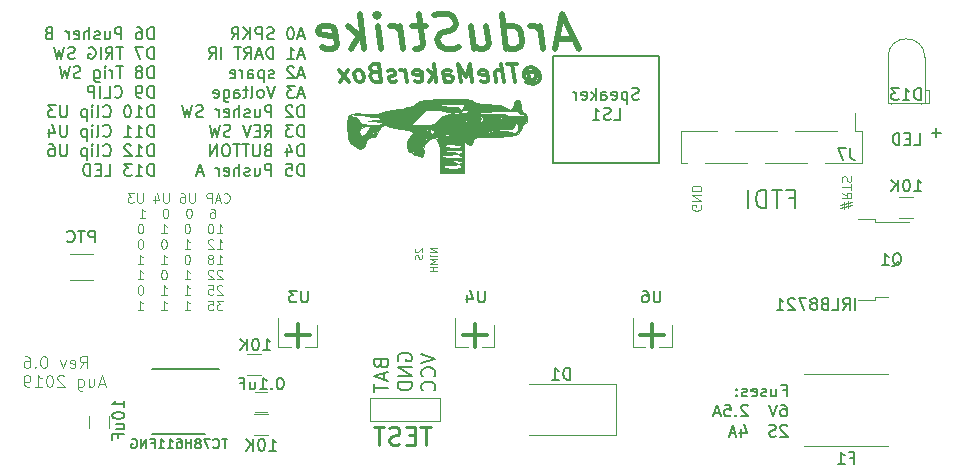
<source format=gbo>
G04 #@! TF.FileFunction,Legend,Bot*
%FSLAX46Y46*%
G04 Gerber Fmt 4.6, Leading zero omitted, Abs format (unit mm)*
G04 Created by KiCad (PCBNEW 4.0.7) date 08/08/19 18:58:54*
%MOMM*%
%LPD*%
G01*
G04 APERTURE LIST*
%ADD10C,0.100000*%
%ADD11C,0.200000*%
%ADD12C,0.300000*%
%ADD13C,0.150000*%
%ADD14C,0.500000*%
%ADD15C,0.120000*%
%ADD16C,0.010000*%
%ADD17C,0.250000*%
%ADD18C,0.075000*%
G04 APERTURE END LIST*
D10*
D11*
X197040571Y-119005571D02*
X197373905Y-119005571D01*
X197373905Y-119529381D02*
X197373905Y-118529381D01*
X196897714Y-118529381D01*
X196088190Y-118862714D02*
X196088190Y-119529381D01*
X196516762Y-118862714D02*
X196516762Y-119386524D01*
X196469143Y-119481762D01*
X196373905Y-119529381D01*
X196231047Y-119529381D01*
X196135809Y-119481762D01*
X196088190Y-119434143D01*
X195659619Y-119481762D02*
X195564381Y-119529381D01*
X195373905Y-119529381D01*
X195278666Y-119481762D01*
X195231047Y-119386524D01*
X195231047Y-119338905D01*
X195278666Y-119243667D01*
X195373905Y-119196048D01*
X195516762Y-119196048D01*
X195612000Y-119148429D01*
X195659619Y-119053190D01*
X195659619Y-119005571D01*
X195612000Y-118910333D01*
X195516762Y-118862714D01*
X195373905Y-118862714D01*
X195278666Y-118910333D01*
X194421523Y-119481762D02*
X194516761Y-119529381D01*
X194707238Y-119529381D01*
X194802476Y-119481762D01*
X194850095Y-119386524D01*
X194850095Y-119005571D01*
X194802476Y-118910333D01*
X194707238Y-118862714D01*
X194516761Y-118862714D01*
X194421523Y-118910333D01*
X194373904Y-119005571D01*
X194373904Y-119100810D01*
X194850095Y-119196048D01*
X193992952Y-119481762D02*
X193897714Y-119529381D01*
X193707238Y-119529381D01*
X193611999Y-119481762D01*
X193564380Y-119386524D01*
X193564380Y-119338905D01*
X193611999Y-119243667D01*
X193707238Y-119196048D01*
X193850095Y-119196048D01*
X193945333Y-119148429D01*
X193992952Y-119053190D01*
X193992952Y-119005571D01*
X193945333Y-118910333D01*
X193850095Y-118862714D01*
X193707238Y-118862714D01*
X193611999Y-118910333D01*
X193135809Y-119434143D02*
X193088190Y-119481762D01*
X193135809Y-119529381D01*
X193183428Y-119481762D01*
X193135809Y-119434143D01*
X193135809Y-119529381D01*
X193135809Y-118910333D02*
X193088190Y-118957952D01*
X193135809Y-119005571D01*
X193183428Y-118957952D01*
X193135809Y-118910333D01*
X193135809Y-119005571D01*
X196945333Y-120229381D02*
X197135810Y-120229381D01*
X197231048Y-120277000D01*
X197278667Y-120324619D01*
X197373905Y-120467476D01*
X197421524Y-120657952D01*
X197421524Y-121038905D01*
X197373905Y-121134143D01*
X197326286Y-121181762D01*
X197231048Y-121229381D01*
X197040571Y-121229381D01*
X196945333Y-121181762D01*
X196897714Y-121134143D01*
X196850095Y-121038905D01*
X196850095Y-120800810D01*
X196897714Y-120705571D01*
X196945333Y-120657952D01*
X197040571Y-120610333D01*
X197231048Y-120610333D01*
X197326286Y-120657952D01*
X197373905Y-120705571D01*
X197421524Y-120800810D01*
X196564381Y-120229381D02*
X196231048Y-121229381D01*
X195897714Y-120229381D01*
X194088190Y-120324619D02*
X194040571Y-120277000D01*
X193945333Y-120229381D01*
X193707237Y-120229381D01*
X193611999Y-120277000D01*
X193564380Y-120324619D01*
X193516761Y-120419857D01*
X193516761Y-120515095D01*
X193564380Y-120657952D01*
X194135809Y-121229381D01*
X193516761Y-121229381D01*
X193088190Y-121134143D02*
X193040571Y-121181762D01*
X193088190Y-121229381D01*
X193135809Y-121181762D01*
X193088190Y-121134143D01*
X193088190Y-121229381D01*
X192135809Y-120229381D02*
X192612000Y-120229381D01*
X192659619Y-120705571D01*
X192612000Y-120657952D01*
X192516762Y-120610333D01*
X192278666Y-120610333D01*
X192183428Y-120657952D01*
X192135809Y-120705571D01*
X192088190Y-120800810D01*
X192088190Y-121038905D01*
X192135809Y-121134143D01*
X192183428Y-121181762D01*
X192278666Y-121229381D01*
X192516762Y-121229381D01*
X192612000Y-121181762D01*
X192659619Y-121134143D01*
X191707238Y-120943667D02*
X191231047Y-120943667D01*
X191802476Y-121229381D02*
X191469143Y-120229381D01*
X191135809Y-121229381D01*
X197421524Y-122024619D02*
X197373905Y-121977000D01*
X197278667Y-121929381D01*
X197040571Y-121929381D01*
X196945333Y-121977000D01*
X196897714Y-122024619D01*
X196850095Y-122119857D01*
X196850095Y-122215095D01*
X196897714Y-122357952D01*
X197469143Y-122929381D01*
X196850095Y-122929381D01*
X196469143Y-122881762D02*
X196326286Y-122929381D01*
X196088190Y-122929381D01*
X195992952Y-122881762D01*
X195945333Y-122834143D01*
X195897714Y-122738905D01*
X195897714Y-122643667D01*
X195945333Y-122548429D01*
X195992952Y-122500810D01*
X196088190Y-122453190D01*
X196278667Y-122405571D01*
X196373905Y-122357952D01*
X196421524Y-122310333D01*
X196469143Y-122215095D01*
X196469143Y-122119857D01*
X196421524Y-122024619D01*
X196373905Y-121977000D01*
X196278667Y-121929381D01*
X196040571Y-121929381D01*
X195897714Y-121977000D01*
X193516761Y-122262714D02*
X193516761Y-122929381D01*
X193754857Y-121881762D02*
X193992952Y-122596048D01*
X193373904Y-122596048D01*
X193040571Y-122643667D02*
X192564380Y-122643667D01*
X193135809Y-122929381D02*
X192802476Y-121929381D01*
X192469142Y-122929381D01*
D10*
X149720381Y-103050714D02*
X149758476Y-103088810D01*
X149872762Y-103126905D01*
X149948952Y-103126905D01*
X150063238Y-103088810D01*
X150139429Y-103012619D01*
X150177524Y-102936429D01*
X150215619Y-102784048D01*
X150215619Y-102669762D01*
X150177524Y-102517381D01*
X150139429Y-102441190D01*
X150063238Y-102365000D01*
X149948952Y-102326905D01*
X149872762Y-102326905D01*
X149758476Y-102365000D01*
X149720381Y-102403095D01*
X149415619Y-102898333D02*
X149034667Y-102898333D01*
X149491810Y-103126905D02*
X149225143Y-102326905D01*
X148958476Y-103126905D01*
X148691810Y-103126905D02*
X148691810Y-102326905D01*
X148387048Y-102326905D01*
X148310857Y-102365000D01*
X148272762Y-102403095D01*
X148234667Y-102479286D01*
X148234667Y-102593571D01*
X148272762Y-102669762D01*
X148310857Y-102707857D01*
X148387048Y-102745952D01*
X148691810Y-102745952D01*
X147282286Y-102326905D02*
X147282286Y-102974524D01*
X147244191Y-103050714D01*
X147206095Y-103088810D01*
X147129905Y-103126905D01*
X146977524Y-103126905D01*
X146901333Y-103088810D01*
X146863238Y-103050714D01*
X146825143Y-102974524D01*
X146825143Y-102326905D01*
X146101334Y-102326905D02*
X146253715Y-102326905D01*
X146329905Y-102365000D01*
X146368000Y-102403095D01*
X146444191Y-102517381D01*
X146482286Y-102669762D01*
X146482286Y-102974524D01*
X146444191Y-103050714D01*
X146406096Y-103088810D01*
X146329905Y-103126905D01*
X146177524Y-103126905D01*
X146101334Y-103088810D01*
X146063238Y-103050714D01*
X146025143Y-102974524D01*
X146025143Y-102784048D01*
X146063238Y-102707857D01*
X146101334Y-102669762D01*
X146177524Y-102631667D01*
X146329905Y-102631667D01*
X146406096Y-102669762D01*
X146444191Y-102707857D01*
X146482286Y-102784048D01*
X145072762Y-102326905D02*
X145072762Y-102974524D01*
X145034667Y-103050714D01*
X144996571Y-103088810D01*
X144920381Y-103126905D01*
X144768000Y-103126905D01*
X144691809Y-103088810D01*
X144653714Y-103050714D01*
X144615619Y-102974524D01*
X144615619Y-102326905D01*
X143891810Y-102593571D02*
X143891810Y-103126905D01*
X144082286Y-102288810D02*
X144272762Y-102860238D01*
X143777524Y-102860238D01*
X142863238Y-102326905D02*
X142863238Y-102974524D01*
X142825143Y-103050714D01*
X142787047Y-103088810D01*
X142710857Y-103126905D01*
X142558476Y-103126905D01*
X142482285Y-103088810D01*
X142444190Y-103050714D01*
X142406095Y-102974524D01*
X142406095Y-102326905D01*
X142101333Y-102326905D02*
X141606095Y-102326905D01*
X141872762Y-102631667D01*
X141758476Y-102631667D01*
X141682286Y-102669762D01*
X141644190Y-102707857D01*
X141606095Y-102784048D01*
X141606095Y-102974524D01*
X141644190Y-103050714D01*
X141682286Y-103088810D01*
X141758476Y-103126905D01*
X141987048Y-103126905D01*
X142063238Y-103088810D01*
X142101333Y-103050714D01*
X148615619Y-103626905D02*
X148768000Y-103626905D01*
X148844190Y-103665000D01*
X148882285Y-103703095D01*
X148958476Y-103817381D01*
X148996571Y-103969762D01*
X148996571Y-104274524D01*
X148958476Y-104350714D01*
X148920381Y-104388810D01*
X148844190Y-104426905D01*
X148691809Y-104426905D01*
X148615619Y-104388810D01*
X148577523Y-104350714D01*
X148539428Y-104274524D01*
X148539428Y-104084048D01*
X148577523Y-104007857D01*
X148615619Y-103969762D01*
X148691809Y-103931667D01*
X148844190Y-103931667D01*
X148920381Y-103969762D01*
X148958476Y-104007857D01*
X148996571Y-104084048D01*
X146825142Y-103626905D02*
X146748951Y-103626905D01*
X146672761Y-103665000D01*
X146634666Y-103703095D01*
X146596570Y-103779286D01*
X146558475Y-103931667D01*
X146558475Y-104122143D01*
X146596570Y-104274524D01*
X146634666Y-104350714D01*
X146672761Y-104388810D01*
X146748951Y-104426905D01*
X146825142Y-104426905D01*
X146901332Y-104388810D01*
X146939428Y-104350714D01*
X146977523Y-104274524D01*
X147015618Y-104122143D01*
X147015618Y-103931667D01*
X146977523Y-103779286D01*
X146939428Y-103703095D01*
X146901332Y-103665000D01*
X146825142Y-103626905D01*
X144844189Y-103626905D02*
X144767998Y-103626905D01*
X144691808Y-103665000D01*
X144653713Y-103703095D01*
X144615617Y-103779286D01*
X144577522Y-103931667D01*
X144577522Y-104122143D01*
X144615617Y-104274524D01*
X144653713Y-104350714D01*
X144691808Y-104388810D01*
X144767998Y-104426905D01*
X144844189Y-104426905D01*
X144920379Y-104388810D01*
X144958475Y-104350714D01*
X144996570Y-104274524D01*
X145034665Y-104122143D01*
X145034665Y-103931667D01*
X144996570Y-103779286D01*
X144958475Y-103703095D01*
X144920379Y-103665000D01*
X144844189Y-103626905D01*
X142596569Y-104426905D02*
X143053712Y-104426905D01*
X142825141Y-104426905D02*
X142825141Y-103626905D01*
X142901331Y-103741190D01*
X142977522Y-103817381D01*
X143053712Y-103855476D01*
X149148952Y-105726905D02*
X149606095Y-105726905D01*
X149377524Y-105726905D02*
X149377524Y-104926905D01*
X149453714Y-105041190D01*
X149529905Y-105117381D01*
X149606095Y-105155476D01*
X148653714Y-104926905D02*
X148577523Y-104926905D01*
X148501333Y-104965000D01*
X148463238Y-105003095D01*
X148425142Y-105079286D01*
X148387047Y-105231667D01*
X148387047Y-105422143D01*
X148425142Y-105574524D01*
X148463238Y-105650714D01*
X148501333Y-105688810D01*
X148577523Y-105726905D01*
X148653714Y-105726905D01*
X148729904Y-105688810D01*
X148768000Y-105650714D01*
X148806095Y-105574524D01*
X148844190Y-105422143D01*
X148844190Y-105231667D01*
X148806095Y-105079286D01*
X148768000Y-105003095D01*
X148729904Y-104965000D01*
X148653714Y-104926905D01*
X146672761Y-104926905D02*
X146596570Y-104926905D01*
X146520380Y-104965000D01*
X146482285Y-105003095D01*
X146444189Y-105079286D01*
X146406094Y-105231667D01*
X146406094Y-105422143D01*
X146444189Y-105574524D01*
X146482285Y-105650714D01*
X146520380Y-105688810D01*
X146596570Y-105726905D01*
X146672761Y-105726905D01*
X146748951Y-105688810D01*
X146787047Y-105650714D01*
X146825142Y-105574524D01*
X146863237Y-105422143D01*
X146863237Y-105231667D01*
X146825142Y-105079286D01*
X146787047Y-105003095D01*
X146748951Y-104965000D01*
X146672761Y-104926905D01*
X144425141Y-105726905D02*
X144882284Y-105726905D01*
X144653713Y-105726905D02*
X144653713Y-104926905D01*
X144729903Y-105041190D01*
X144806094Y-105117381D01*
X144882284Y-105155476D01*
X142710855Y-104926905D02*
X142634664Y-104926905D01*
X142558474Y-104965000D01*
X142520379Y-105003095D01*
X142482283Y-105079286D01*
X142444188Y-105231667D01*
X142444188Y-105422143D01*
X142482283Y-105574524D01*
X142520379Y-105650714D01*
X142558474Y-105688810D01*
X142634664Y-105726905D01*
X142710855Y-105726905D01*
X142787045Y-105688810D01*
X142825141Y-105650714D01*
X142863236Y-105574524D01*
X142901331Y-105422143D01*
X142901331Y-105231667D01*
X142863236Y-105079286D01*
X142825141Y-105003095D01*
X142787045Y-104965000D01*
X142710855Y-104926905D01*
X149148952Y-107026905D02*
X149606095Y-107026905D01*
X149377524Y-107026905D02*
X149377524Y-106226905D01*
X149453714Y-106341190D01*
X149529905Y-106417381D01*
X149606095Y-106455476D01*
X148844190Y-106303095D02*
X148806095Y-106265000D01*
X148729904Y-106226905D01*
X148539428Y-106226905D01*
X148463238Y-106265000D01*
X148425142Y-106303095D01*
X148387047Y-106379286D01*
X148387047Y-106455476D01*
X148425142Y-106569762D01*
X148882285Y-107026905D01*
X148387047Y-107026905D01*
X146406094Y-107026905D02*
X146863237Y-107026905D01*
X146634666Y-107026905D02*
X146634666Y-106226905D01*
X146710856Y-106341190D01*
X146787047Y-106417381D01*
X146863237Y-106455476D01*
X144691808Y-106226905D02*
X144615617Y-106226905D01*
X144539427Y-106265000D01*
X144501332Y-106303095D01*
X144463236Y-106379286D01*
X144425141Y-106531667D01*
X144425141Y-106722143D01*
X144463236Y-106874524D01*
X144501332Y-106950714D01*
X144539427Y-106988810D01*
X144615617Y-107026905D01*
X144691808Y-107026905D01*
X144767998Y-106988810D01*
X144806094Y-106950714D01*
X144844189Y-106874524D01*
X144882284Y-106722143D01*
X144882284Y-106531667D01*
X144844189Y-106379286D01*
X144806094Y-106303095D01*
X144767998Y-106265000D01*
X144691808Y-106226905D01*
X142710855Y-106226905D02*
X142634664Y-106226905D01*
X142558474Y-106265000D01*
X142520379Y-106303095D01*
X142482283Y-106379286D01*
X142444188Y-106531667D01*
X142444188Y-106722143D01*
X142482283Y-106874524D01*
X142520379Y-106950714D01*
X142558474Y-106988810D01*
X142634664Y-107026905D01*
X142710855Y-107026905D01*
X142787045Y-106988810D01*
X142825141Y-106950714D01*
X142863236Y-106874524D01*
X142901331Y-106722143D01*
X142901331Y-106531667D01*
X142863236Y-106379286D01*
X142825141Y-106303095D01*
X142787045Y-106265000D01*
X142710855Y-106226905D01*
X149148952Y-108326905D02*
X149606095Y-108326905D01*
X149377524Y-108326905D02*
X149377524Y-107526905D01*
X149453714Y-107641190D01*
X149529905Y-107717381D01*
X149606095Y-107755476D01*
X148691809Y-107869762D02*
X148768000Y-107831667D01*
X148806095Y-107793571D01*
X148844190Y-107717381D01*
X148844190Y-107679286D01*
X148806095Y-107603095D01*
X148768000Y-107565000D01*
X148691809Y-107526905D01*
X148539428Y-107526905D01*
X148463238Y-107565000D01*
X148425142Y-107603095D01*
X148387047Y-107679286D01*
X148387047Y-107717381D01*
X148425142Y-107793571D01*
X148463238Y-107831667D01*
X148539428Y-107869762D01*
X148691809Y-107869762D01*
X148768000Y-107907857D01*
X148806095Y-107945952D01*
X148844190Y-108022143D01*
X148844190Y-108174524D01*
X148806095Y-108250714D01*
X148768000Y-108288810D01*
X148691809Y-108326905D01*
X148539428Y-108326905D01*
X148463238Y-108288810D01*
X148425142Y-108250714D01*
X148387047Y-108174524D01*
X148387047Y-108022143D01*
X148425142Y-107945952D01*
X148463238Y-107907857D01*
X148539428Y-107869762D01*
X146672761Y-107526905D02*
X146596570Y-107526905D01*
X146520380Y-107565000D01*
X146482285Y-107603095D01*
X146444189Y-107679286D01*
X146406094Y-107831667D01*
X146406094Y-108022143D01*
X146444189Y-108174524D01*
X146482285Y-108250714D01*
X146520380Y-108288810D01*
X146596570Y-108326905D01*
X146672761Y-108326905D01*
X146748951Y-108288810D01*
X146787047Y-108250714D01*
X146825142Y-108174524D01*
X146863237Y-108022143D01*
X146863237Y-107831667D01*
X146825142Y-107679286D01*
X146787047Y-107603095D01*
X146748951Y-107565000D01*
X146672761Y-107526905D01*
X144425141Y-108326905D02*
X144882284Y-108326905D01*
X144653713Y-108326905D02*
X144653713Y-107526905D01*
X144729903Y-107641190D01*
X144806094Y-107717381D01*
X144882284Y-107755476D01*
X142444188Y-108326905D02*
X142901331Y-108326905D01*
X142672760Y-108326905D02*
X142672760Y-107526905D01*
X142748950Y-107641190D01*
X142825141Y-107717381D01*
X142901331Y-107755476D01*
X149606095Y-108903095D02*
X149568000Y-108865000D01*
X149491809Y-108826905D01*
X149301333Y-108826905D01*
X149225143Y-108865000D01*
X149187047Y-108903095D01*
X149148952Y-108979286D01*
X149148952Y-109055476D01*
X149187047Y-109169762D01*
X149644190Y-109626905D01*
X149148952Y-109626905D01*
X148844190Y-108903095D02*
X148806095Y-108865000D01*
X148729904Y-108826905D01*
X148539428Y-108826905D01*
X148463238Y-108865000D01*
X148425142Y-108903095D01*
X148387047Y-108979286D01*
X148387047Y-109055476D01*
X148425142Y-109169762D01*
X148882285Y-109626905D01*
X148387047Y-109626905D01*
X146406094Y-109626905D02*
X146863237Y-109626905D01*
X146634666Y-109626905D02*
X146634666Y-108826905D01*
X146710856Y-108941190D01*
X146787047Y-109017381D01*
X146863237Y-109055476D01*
X144691808Y-108826905D02*
X144615617Y-108826905D01*
X144539427Y-108865000D01*
X144501332Y-108903095D01*
X144463236Y-108979286D01*
X144425141Y-109131667D01*
X144425141Y-109322143D01*
X144463236Y-109474524D01*
X144501332Y-109550714D01*
X144539427Y-109588810D01*
X144615617Y-109626905D01*
X144691808Y-109626905D01*
X144767998Y-109588810D01*
X144806094Y-109550714D01*
X144844189Y-109474524D01*
X144882284Y-109322143D01*
X144882284Y-109131667D01*
X144844189Y-108979286D01*
X144806094Y-108903095D01*
X144767998Y-108865000D01*
X144691808Y-108826905D01*
X142444188Y-109626905D02*
X142901331Y-109626905D01*
X142672760Y-109626905D02*
X142672760Y-108826905D01*
X142748950Y-108941190D01*
X142825141Y-109017381D01*
X142901331Y-109055476D01*
X149606095Y-110203095D02*
X149568000Y-110165000D01*
X149491809Y-110126905D01*
X149301333Y-110126905D01*
X149225143Y-110165000D01*
X149187047Y-110203095D01*
X149148952Y-110279286D01*
X149148952Y-110355476D01*
X149187047Y-110469762D01*
X149644190Y-110926905D01*
X149148952Y-110926905D01*
X148425142Y-110126905D02*
X148806095Y-110126905D01*
X148844190Y-110507857D01*
X148806095Y-110469762D01*
X148729904Y-110431667D01*
X148539428Y-110431667D01*
X148463238Y-110469762D01*
X148425142Y-110507857D01*
X148387047Y-110584048D01*
X148387047Y-110774524D01*
X148425142Y-110850714D01*
X148463238Y-110888810D01*
X148539428Y-110926905D01*
X148729904Y-110926905D01*
X148806095Y-110888810D01*
X148844190Y-110850714D01*
X146406094Y-110926905D02*
X146863237Y-110926905D01*
X146634666Y-110926905D02*
X146634666Y-110126905D01*
X146710856Y-110241190D01*
X146787047Y-110317381D01*
X146863237Y-110355476D01*
X144425141Y-110926905D02*
X144882284Y-110926905D01*
X144653713Y-110926905D02*
X144653713Y-110126905D01*
X144729903Y-110241190D01*
X144806094Y-110317381D01*
X144882284Y-110355476D01*
X142710855Y-110126905D02*
X142634664Y-110126905D01*
X142558474Y-110165000D01*
X142520379Y-110203095D01*
X142482283Y-110279286D01*
X142444188Y-110431667D01*
X142444188Y-110622143D01*
X142482283Y-110774524D01*
X142520379Y-110850714D01*
X142558474Y-110888810D01*
X142634664Y-110926905D01*
X142710855Y-110926905D01*
X142787045Y-110888810D01*
X142825141Y-110850714D01*
X142863236Y-110774524D01*
X142901331Y-110622143D01*
X142901331Y-110431667D01*
X142863236Y-110279286D01*
X142825141Y-110203095D01*
X142787045Y-110165000D01*
X142710855Y-110126905D01*
X149644190Y-111426905D02*
X149148952Y-111426905D01*
X149415619Y-111731667D01*
X149301333Y-111731667D01*
X149225143Y-111769762D01*
X149187047Y-111807857D01*
X149148952Y-111884048D01*
X149148952Y-112074524D01*
X149187047Y-112150714D01*
X149225143Y-112188810D01*
X149301333Y-112226905D01*
X149529905Y-112226905D01*
X149606095Y-112188810D01*
X149644190Y-112150714D01*
X148425142Y-111426905D02*
X148806095Y-111426905D01*
X148844190Y-111807857D01*
X148806095Y-111769762D01*
X148729904Y-111731667D01*
X148539428Y-111731667D01*
X148463238Y-111769762D01*
X148425142Y-111807857D01*
X148387047Y-111884048D01*
X148387047Y-112074524D01*
X148425142Y-112150714D01*
X148463238Y-112188810D01*
X148539428Y-112226905D01*
X148729904Y-112226905D01*
X148806095Y-112188810D01*
X148844190Y-112150714D01*
X146406094Y-112226905D02*
X146863237Y-112226905D01*
X146634666Y-112226905D02*
X146634666Y-111426905D01*
X146710856Y-111541190D01*
X146787047Y-111617381D01*
X146863237Y-111655476D01*
X144425141Y-112226905D02*
X144882284Y-112226905D01*
X144653713Y-112226905D02*
X144653713Y-111426905D01*
X144729903Y-111541190D01*
X144806094Y-111617381D01*
X144882284Y-111655476D01*
X142444188Y-112226905D02*
X142901331Y-112226905D01*
X142672760Y-112226905D02*
X142672760Y-111426905D01*
X142748950Y-111541190D01*
X142825141Y-111617381D01*
X142901331Y-111655476D01*
D11*
X163014286Y-116795857D02*
X163071429Y-116967286D01*
X163128571Y-117024429D01*
X163242857Y-117081572D01*
X163414286Y-117081572D01*
X163528571Y-117024429D01*
X163585714Y-116967286D01*
X163642857Y-116853000D01*
X163642857Y-116395857D01*
X162442857Y-116395857D01*
X162442857Y-116795857D01*
X162500000Y-116910143D01*
X162557143Y-116967286D01*
X162671429Y-117024429D01*
X162785714Y-117024429D01*
X162900000Y-116967286D01*
X162957143Y-116910143D01*
X163014286Y-116795857D01*
X163014286Y-116395857D01*
X163300000Y-117538714D02*
X163300000Y-118110143D01*
X163642857Y-117424429D02*
X162442857Y-117824429D01*
X163642857Y-118224429D01*
X162442857Y-118453000D02*
X162442857Y-119138714D01*
X163642857Y-118795857D02*
X162442857Y-118795857D01*
X164500000Y-116510143D02*
X164442857Y-116395857D01*
X164442857Y-116224428D01*
X164500000Y-116053000D01*
X164614286Y-115938714D01*
X164728571Y-115881571D01*
X164957143Y-115824428D01*
X165128571Y-115824428D01*
X165357143Y-115881571D01*
X165471429Y-115938714D01*
X165585714Y-116053000D01*
X165642857Y-116224428D01*
X165642857Y-116338714D01*
X165585714Y-116510143D01*
X165528571Y-116567286D01*
X165128571Y-116567286D01*
X165128571Y-116338714D01*
X165642857Y-117081571D02*
X164442857Y-117081571D01*
X165642857Y-117767286D01*
X164442857Y-117767286D01*
X165642857Y-118338714D02*
X164442857Y-118338714D01*
X164442857Y-118624429D01*
X164500000Y-118795857D01*
X164614286Y-118910143D01*
X164728571Y-118967286D01*
X164957143Y-119024429D01*
X165128571Y-119024429D01*
X165357143Y-118967286D01*
X165471429Y-118910143D01*
X165585714Y-118795857D01*
X165642857Y-118624429D01*
X165642857Y-118338714D01*
X166442857Y-115938715D02*
X167642857Y-116338715D01*
X166442857Y-116738715D01*
X167528571Y-117824429D02*
X167585714Y-117767286D01*
X167642857Y-117595857D01*
X167642857Y-117481571D01*
X167585714Y-117310143D01*
X167471429Y-117195857D01*
X167357143Y-117138714D01*
X167128571Y-117081571D01*
X166957143Y-117081571D01*
X166728571Y-117138714D01*
X166614286Y-117195857D01*
X166500000Y-117310143D01*
X166442857Y-117481571D01*
X166442857Y-117595857D01*
X166500000Y-117767286D01*
X166557143Y-117824429D01*
X167528571Y-119024429D02*
X167585714Y-118967286D01*
X167642857Y-118795857D01*
X167642857Y-118681571D01*
X167585714Y-118510143D01*
X167471429Y-118395857D01*
X167357143Y-118338714D01*
X167128571Y-118281571D01*
X166957143Y-118281571D01*
X166728571Y-118338714D01*
X166614286Y-118395857D01*
X166500000Y-118510143D01*
X166442857Y-118681571D01*
X166442857Y-118795857D01*
X166500000Y-118967286D01*
X166557143Y-119024429D01*
D12*
X184998000Y-114365000D02*
X186998000Y-114365000D01*
X185998000Y-113365000D02*
X185998000Y-115365000D01*
X169998000Y-114365000D02*
X171998000Y-114365000D01*
X170998000Y-113365000D02*
X170998000Y-115365000D01*
X154998000Y-114365000D02*
X156998000Y-114365000D01*
X155998000Y-113365000D02*
X155998000Y-115365000D01*
D10*
X202609429Y-103568333D02*
X202609429Y-102996904D01*
X202952286Y-103339762D02*
X201923714Y-103568333D01*
X202266571Y-103073095D02*
X202266571Y-103644524D01*
X201923714Y-103301666D02*
X202952286Y-103073095D01*
X202076095Y-102273095D02*
X202457048Y-102539762D01*
X202076095Y-102730238D02*
X202876095Y-102730238D01*
X202876095Y-102425476D01*
X202838000Y-102349285D01*
X202799905Y-102311190D01*
X202723714Y-102273095D01*
X202609429Y-102273095D01*
X202533238Y-102311190D01*
X202495143Y-102349285D01*
X202457048Y-102425476D01*
X202457048Y-102730238D01*
X202876095Y-102044524D02*
X202876095Y-101587381D01*
X202076095Y-101815952D02*
X202876095Y-101815952D01*
X202114190Y-101358809D02*
X202076095Y-101244523D01*
X202076095Y-101054047D01*
X202114190Y-100977857D01*
X202152286Y-100939761D01*
X202228476Y-100901666D01*
X202304667Y-100901666D01*
X202380857Y-100939761D01*
X202418952Y-100977857D01*
X202457048Y-101054047D01*
X202495143Y-101206428D01*
X202533238Y-101282619D01*
X202571333Y-101320714D01*
X202647524Y-101358809D01*
X202723714Y-101358809D01*
X202799905Y-101320714D01*
X202838000Y-101282619D01*
X202876095Y-101206428D01*
X202876095Y-101015952D01*
X202838000Y-100901666D01*
D13*
X143779905Y-89292381D02*
X143779905Y-88292381D01*
X143541810Y-88292381D01*
X143398952Y-88340000D01*
X143303714Y-88435238D01*
X143256095Y-88530476D01*
X143208476Y-88720952D01*
X143208476Y-88863810D01*
X143256095Y-89054286D01*
X143303714Y-89149524D01*
X143398952Y-89244762D01*
X143541810Y-89292381D01*
X143779905Y-89292381D01*
X142351333Y-88292381D02*
X142541810Y-88292381D01*
X142637048Y-88340000D01*
X142684667Y-88387619D01*
X142779905Y-88530476D01*
X142827524Y-88720952D01*
X142827524Y-89101905D01*
X142779905Y-89197143D01*
X142732286Y-89244762D01*
X142637048Y-89292381D01*
X142446571Y-89292381D01*
X142351333Y-89244762D01*
X142303714Y-89197143D01*
X142256095Y-89101905D01*
X142256095Y-88863810D01*
X142303714Y-88768571D01*
X142351333Y-88720952D01*
X142446571Y-88673333D01*
X142637048Y-88673333D01*
X142732286Y-88720952D01*
X142779905Y-88768571D01*
X142827524Y-88863810D01*
X141065619Y-89292381D02*
X141065619Y-88292381D01*
X140684666Y-88292381D01*
X140589428Y-88340000D01*
X140541809Y-88387619D01*
X140494190Y-88482857D01*
X140494190Y-88625714D01*
X140541809Y-88720952D01*
X140589428Y-88768571D01*
X140684666Y-88816190D01*
X141065619Y-88816190D01*
X139637047Y-88625714D02*
X139637047Y-89292381D01*
X140065619Y-88625714D02*
X140065619Y-89149524D01*
X140018000Y-89244762D01*
X139922762Y-89292381D01*
X139779904Y-89292381D01*
X139684666Y-89244762D01*
X139637047Y-89197143D01*
X139208476Y-89244762D02*
X139113238Y-89292381D01*
X138922762Y-89292381D01*
X138827523Y-89244762D01*
X138779904Y-89149524D01*
X138779904Y-89101905D01*
X138827523Y-89006667D01*
X138922762Y-88959048D01*
X139065619Y-88959048D01*
X139160857Y-88911429D01*
X139208476Y-88816190D01*
X139208476Y-88768571D01*
X139160857Y-88673333D01*
X139065619Y-88625714D01*
X138922762Y-88625714D01*
X138827523Y-88673333D01*
X138351333Y-89292381D02*
X138351333Y-88292381D01*
X137922761Y-89292381D02*
X137922761Y-88768571D01*
X137970380Y-88673333D01*
X138065618Y-88625714D01*
X138208476Y-88625714D01*
X138303714Y-88673333D01*
X138351333Y-88720952D01*
X137065618Y-89244762D02*
X137160856Y-89292381D01*
X137351333Y-89292381D01*
X137446571Y-89244762D01*
X137494190Y-89149524D01*
X137494190Y-88768571D01*
X137446571Y-88673333D01*
X137351333Y-88625714D01*
X137160856Y-88625714D01*
X137065618Y-88673333D01*
X137017999Y-88768571D01*
X137017999Y-88863810D01*
X137494190Y-88959048D01*
X136589428Y-89292381D02*
X136589428Y-88625714D01*
X136589428Y-88816190D02*
X136541809Y-88720952D01*
X136494190Y-88673333D01*
X136398952Y-88625714D01*
X136303713Y-88625714D01*
X134875141Y-88768571D02*
X134732284Y-88816190D01*
X134684665Y-88863810D01*
X134637046Y-88959048D01*
X134637046Y-89101905D01*
X134684665Y-89197143D01*
X134732284Y-89244762D01*
X134827522Y-89292381D01*
X135208475Y-89292381D01*
X135208475Y-88292381D01*
X134875141Y-88292381D01*
X134779903Y-88340000D01*
X134732284Y-88387619D01*
X134684665Y-88482857D01*
X134684665Y-88578095D01*
X134732284Y-88673333D01*
X134779903Y-88720952D01*
X134875141Y-88768571D01*
X135208475Y-88768571D01*
X143779905Y-90942381D02*
X143779905Y-89942381D01*
X143541810Y-89942381D01*
X143398952Y-89990000D01*
X143303714Y-90085238D01*
X143256095Y-90180476D01*
X143208476Y-90370952D01*
X143208476Y-90513810D01*
X143256095Y-90704286D01*
X143303714Y-90799524D01*
X143398952Y-90894762D01*
X143541810Y-90942381D01*
X143779905Y-90942381D01*
X142875143Y-89942381D02*
X142208476Y-89942381D01*
X142637048Y-90942381D01*
X141208476Y-89942381D02*
X140637047Y-89942381D01*
X140922762Y-90942381D02*
X140922762Y-89942381D01*
X139732285Y-90942381D02*
X140065619Y-90466190D01*
X140303714Y-90942381D02*
X140303714Y-89942381D01*
X139922761Y-89942381D01*
X139827523Y-89990000D01*
X139779904Y-90037619D01*
X139732285Y-90132857D01*
X139732285Y-90275714D01*
X139779904Y-90370952D01*
X139827523Y-90418571D01*
X139922761Y-90466190D01*
X140303714Y-90466190D01*
X139303714Y-90942381D02*
X139303714Y-89942381D01*
X138303714Y-89990000D02*
X138398952Y-89942381D01*
X138541809Y-89942381D01*
X138684667Y-89990000D01*
X138779905Y-90085238D01*
X138827524Y-90180476D01*
X138875143Y-90370952D01*
X138875143Y-90513810D01*
X138827524Y-90704286D01*
X138779905Y-90799524D01*
X138684667Y-90894762D01*
X138541809Y-90942381D01*
X138446571Y-90942381D01*
X138303714Y-90894762D01*
X138256095Y-90847143D01*
X138256095Y-90513810D01*
X138446571Y-90513810D01*
X137113238Y-90894762D02*
X136970381Y-90942381D01*
X136732285Y-90942381D01*
X136637047Y-90894762D01*
X136589428Y-90847143D01*
X136541809Y-90751905D01*
X136541809Y-90656667D01*
X136589428Y-90561429D01*
X136637047Y-90513810D01*
X136732285Y-90466190D01*
X136922762Y-90418571D01*
X137018000Y-90370952D01*
X137065619Y-90323333D01*
X137113238Y-90228095D01*
X137113238Y-90132857D01*
X137065619Y-90037619D01*
X137018000Y-89990000D01*
X136922762Y-89942381D01*
X136684666Y-89942381D01*
X136541809Y-89990000D01*
X136208476Y-89942381D02*
X135970381Y-90942381D01*
X135779904Y-90228095D01*
X135589428Y-90942381D01*
X135351333Y-89942381D01*
X143779905Y-92592381D02*
X143779905Y-91592381D01*
X143541810Y-91592381D01*
X143398952Y-91640000D01*
X143303714Y-91735238D01*
X143256095Y-91830476D01*
X143208476Y-92020952D01*
X143208476Y-92163810D01*
X143256095Y-92354286D01*
X143303714Y-92449524D01*
X143398952Y-92544762D01*
X143541810Y-92592381D01*
X143779905Y-92592381D01*
X142637048Y-92020952D02*
X142732286Y-91973333D01*
X142779905Y-91925714D01*
X142827524Y-91830476D01*
X142827524Y-91782857D01*
X142779905Y-91687619D01*
X142732286Y-91640000D01*
X142637048Y-91592381D01*
X142446571Y-91592381D01*
X142351333Y-91640000D01*
X142303714Y-91687619D01*
X142256095Y-91782857D01*
X142256095Y-91830476D01*
X142303714Y-91925714D01*
X142351333Y-91973333D01*
X142446571Y-92020952D01*
X142637048Y-92020952D01*
X142732286Y-92068571D01*
X142779905Y-92116190D01*
X142827524Y-92211429D01*
X142827524Y-92401905D01*
X142779905Y-92497143D01*
X142732286Y-92544762D01*
X142637048Y-92592381D01*
X142446571Y-92592381D01*
X142351333Y-92544762D01*
X142303714Y-92497143D01*
X142256095Y-92401905D01*
X142256095Y-92211429D01*
X142303714Y-92116190D01*
X142351333Y-92068571D01*
X142446571Y-92020952D01*
X141208476Y-91592381D02*
X140637047Y-91592381D01*
X140922762Y-92592381D02*
X140922762Y-91592381D01*
X140303714Y-92592381D02*
X140303714Y-91925714D01*
X140303714Y-92116190D02*
X140256095Y-92020952D01*
X140208476Y-91973333D01*
X140113238Y-91925714D01*
X140017999Y-91925714D01*
X139684666Y-92592381D02*
X139684666Y-91925714D01*
X139684666Y-91592381D02*
X139732285Y-91640000D01*
X139684666Y-91687619D01*
X139637047Y-91640000D01*
X139684666Y-91592381D01*
X139684666Y-91687619D01*
X138779904Y-91925714D02*
X138779904Y-92735238D01*
X138827523Y-92830476D01*
X138875142Y-92878095D01*
X138970381Y-92925714D01*
X139113238Y-92925714D01*
X139208476Y-92878095D01*
X138779904Y-92544762D02*
X138875142Y-92592381D01*
X139065619Y-92592381D01*
X139160857Y-92544762D01*
X139208476Y-92497143D01*
X139256095Y-92401905D01*
X139256095Y-92116190D01*
X139208476Y-92020952D01*
X139160857Y-91973333D01*
X139065619Y-91925714D01*
X138875142Y-91925714D01*
X138779904Y-91973333D01*
X137589428Y-92544762D02*
X137446571Y-92592381D01*
X137208475Y-92592381D01*
X137113237Y-92544762D01*
X137065618Y-92497143D01*
X137017999Y-92401905D01*
X137017999Y-92306667D01*
X137065618Y-92211429D01*
X137113237Y-92163810D01*
X137208475Y-92116190D01*
X137398952Y-92068571D01*
X137494190Y-92020952D01*
X137541809Y-91973333D01*
X137589428Y-91878095D01*
X137589428Y-91782857D01*
X137541809Y-91687619D01*
X137494190Y-91640000D01*
X137398952Y-91592381D01*
X137160856Y-91592381D01*
X137017999Y-91640000D01*
X136684666Y-91592381D02*
X136446571Y-92592381D01*
X136256094Y-91878095D01*
X136065618Y-92592381D01*
X135827523Y-91592381D01*
X143779905Y-94242381D02*
X143779905Y-93242381D01*
X143541810Y-93242381D01*
X143398952Y-93290000D01*
X143303714Y-93385238D01*
X143256095Y-93480476D01*
X143208476Y-93670952D01*
X143208476Y-93813810D01*
X143256095Y-94004286D01*
X143303714Y-94099524D01*
X143398952Y-94194762D01*
X143541810Y-94242381D01*
X143779905Y-94242381D01*
X142732286Y-94242381D02*
X142541810Y-94242381D01*
X142446571Y-94194762D01*
X142398952Y-94147143D01*
X142303714Y-94004286D01*
X142256095Y-93813810D01*
X142256095Y-93432857D01*
X142303714Y-93337619D01*
X142351333Y-93290000D01*
X142446571Y-93242381D01*
X142637048Y-93242381D01*
X142732286Y-93290000D01*
X142779905Y-93337619D01*
X142827524Y-93432857D01*
X142827524Y-93670952D01*
X142779905Y-93766190D01*
X142732286Y-93813810D01*
X142637048Y-93861429D01*
X142446571Y-93861429D01*
X142351333Y-93813810D01*
X142303714Y-93766190D01*
X142256095Y-93670952D01*
X140494190Y-94147143D02*
X140541809Y-94194762D01*
X140684666Y-94242381D01*
X140779904Y-94242381D01*
X140922762Y-94194762D01*
X141018000Y-94099524D01*
X141065619Y-94004286D01*
X141113238Y-93813810D01*
X141113238Y-93670952D01*
X141065619Y-93480476D01*
X141018000Y-93385238D01*
X140922762Y-93290000D01*
X140779904Y-93242381D01*
X140684666Y-93242381D01*
X140541809Y-93290000D01*
X140494190Y-93337619D01*
X139589428Y-94242381D02*
X140065619Y-94242381D01*
X140065619Y-93242381D01*
X139256095Y-94242381D02*
X139256095Y-93242381D01*
X138779905Y-94242381D02*
X138779905Y-93242381D01*
X138398952Y-93242381D01*
X138303714Y-93290000D01*
X138256095Y-93337619D01*
X138208476Y-93432857D01*
X138208476Y-93575714D01*
X138256095Y-93670952D01*
X138303714Y-93718571D01*
X138398952Y-93766190D01*
X138779905Y-93766190D01*
X143779905Y-95892381D02*
X143779905Y-94892381D01*
X143541810Y-94892381D01*
X143398952Y-94940000D01*
X143303714Y-95035238D01*
X143256095Y-95130476D01*
X143208476Y-95320952D01*
X143208476Y-95463810D01*
X143256095Y-95654286D01*
X143303714Y-95749524D01*
X143398952Y-95844762D01*
X143541810Y-95892381D01*
X143779905Y-95892381D01*
X142256095Y-95892381D02*
X142827524Y-95892381D01*
X142541810Y-95892381D02*
X142541810Y-94892381D01*
X142637048Y-95035238D01*
X142732286Y-95130476D01*
X142827524Y-95178095D01*
X141637048Y-94892381D02*
X141541809Y-94892381D01*
X141446571Y-94940000D01*
X141398952Y-94987619D01*
X141351333Y-95082857D01*
X141303714Y-95273333D01*
X141303714Y-95511429D01*
X141351333Y-95701905D01*
X141398952Y-95797143D01*
X141446571Y-95844762D01*
X141541809Y-95892381D01*
X141637048Y-95892381D01*
X141732286Y-95844762D01*
X141779905Y-95797143D01*
X141827524Y-95701905D01*
X141875143Y-95511429D01*
X141875143Y-95273333D01*
X141827524Y-95082857D01*
X141779905Y-94987619D01*
X141732286Y-94940000D01*
X141637048Y-94892381D01*
X139541809Y-95797143D02*
X139589428Y-95844762D01*
X139732285Y-95892381D01*
X139827523Y-95892381D01*
X139970381Y-95844762D01*
X140065619Y-95749524D01*
X140113238Y-95654286D01*
X140160857Y-95463810D01*
X140160857Y-95320952D01*
X140113238Y-95130476D01*
X140065619Y-95035238D01*
X139970381Y-94940000D01*
X139827523Y-94892381D01*
X139732285Y-94892381D01*
X139589428Y-94940000D01*
X139541809Y-94987619D01*
X138970381Y-95892381D02*
X139065619Y-95844762D01*
X139113238Y-95749524D01*
X139113238Y-94892381D01*
X138589428Y-95892381D02*
X138589428Y-95225714D01*
X138589428Y-94892381D02*
X138637047Y-94940000D01*
X138589428Y-94987619D01*
X138541809Y-94940000D01*
X138589428Y-94892381D01*
X138589428Y-94987619D01*
X138113238Y-95225714D02*
X138113238Y-96225714D01*
X138113238Y-95273333D02*
X138018000Y-95225714D01*
X137827523Y-95225714D01*
X137732285Y-95273333D01*
X137684666Y-95320952D01*
X137637047Y-95416190D01*
X137637047Y-95701905D01*
X137684666Y-95797143D01*
X137732285Y-95844762D01*
X137827523Y-95892381D01*
X138018000Y-95892381D01*
X138113238Y-95844762D01*
X136446571Y-94892381D02*
X136446571Y-95701905D01*
X136398952Y-95797143D01*
X136351333Y-95844762D01*
X136256095Y-95892381D01*
X136065618Y-95892381D01*
X135970380Y-95844762D01*
X135922761Y-95797143D01*
X135875142Y-95701905D01*
X135875142Y-94892381D01*
X135494190Y-94892381D02*
X134875142Y-94892381D01*
X135208476Y-95273333D01*
X135065618Y-95273333D01*
X134970380Y-95320952D01*
X134922761Y-95368571D01*
X134875142Y-95463810D01*
X134875142Y-95701905D01*
X134922761Y-95797143D01*
X134970380Y-95844762D01*
X135065618Y-95892381D01*
X135351333Y-95892381D01*
X135446571Y-95844762D01*
X135494190Y-95797143D01*
X143779905Y-97542381D02*
X143779905Y-96542381D01*
X143541810Y-96542381D01*
X143398952Y-96590000D01*
X143303714Y-96685238D01*
X143256095Y-96780476D01*
X143208476Y-96970952D01*
X143208476Y-97113810D01*
X143256095Y-97304286D01*
X143303714Y-97399524D01*
X143398952Y-97494762D01*
X143541810Y-97542381D01*
X143779905Y-97542381D01*
X142256095Y-97542381D02*
X142827524Y-97542381D01*
X142541810Y-97542381D02*
X142541810Y-96542381D01*
X142637048Y-96685238D01*
X142732286Y-96780476D01*
X142827524Y-96828095D01*
X141303714Y-97542381D02*
X141875143Y-97542381D01*
X141589429Y-97542381D02*
X141589429Y-96542381D01*
X141684667Y-96685238D01*
X141779905Y-96780476D01*
X141875143Y-96828095D01*
X139541809Y-97447143D02*
X139589428Y-97494762D01*
X139732285Y-97542381D01*
X139827523Y-97542381D01*
X139970381Y-97494762D01*
X140065619Y-97399524D01*
X140113238Y-97304286D01*
X140160857Y-97113810D01*
X140160857Y-96970952D01*
X140113238Y-96780476D01*
X140065619Y-96685238D01*
X139970381Y-96590000D01*
X139827523Y-96542381D01*
X139732285Y-96542381D01*
X139589428Y-96590000D01*
X139541809Y-96637619D01*
X138970381Y-97542381D02*
X139065619Y-97494762D01*
X139113238Y-97399524D01*
X139113238Y-96542381D01*
X138589428Y-97542381D02*
X138589428Y-96875714D01*
X138589428Y-96542381D02*
X138637047Y-96590000D01*
X138589428Y-96637619D01*
X138541809Y-96590000D01*
X138589428Y-96542381D01*
X138589428Y-96637619D01*
X138113238Y-96875714D02*
X138113238Y-97875714D01*
X138113238Y-96923333D02*
X138018000Y-96875714D01*
X137827523Y-96875714D01*
X137732285Y-96923333D01*
X137684666Y-96970952D01*
X137637047Y-97066190D01*
X137637047Y-97351905D01*
X137684666Y-97447143D01*
X137732285Y-97494762D01*
X137827523Y-97542381D01*
X138018000Y-97542381D01*
X138113238Y-97494762D01*
X136446571Y-96542381D02*
X136446571Y-97351905D01*
X136398952Y-97447143D01*
X136351333Y-97494762D01*
X136256095Y-97542381D01*
X136065618Y-97542381D01*
X135970380Y-97494762D01*
X135922761Y-97447143D01*
X135875142Y-97351905D01*
X135875142Y-96542381D01*
X134970380Y-96875714D02*
X134970380Y-97542381D01*
X135208476Y-96494762D02*
X135446571Y-97209048D01*
X134827523Y-97209048D01*
X143779905Y-99192381D02*
X143779905Y-98192381D01*
X143541810Y-98192381D01*
X143398952Y-98240000D01*
X143303714Y-98335238D01*
X143256095Y-98430476D01*
X143208476Y-98620952D01*
X143208476Y-98763810D01*
X143256095Y-98954286D01*
X143303714Y-99049524D01*
X143398952Y-99144762D01*
X143541810Y-99192381D01*
X143779905Y-99192381D01*
X142256095Y-99192381D02*
X142827524Y-99192381D01*
X142541810Y-99192381D02*
X142541810Y-98192381D01*
X142637048Y-98335238D01*
X142732286Y-98430476D01*
X142827524Y-98478095D01*
X141875143Y-98287619D02*
X141827524Y-98240000D01*
X141732286Y-98192381D01*
X141494190Y-98192381D01*
X141398952Y-98240000D01*
X141351333Y-98287619D01*
X141303714Y-98382857D01*
X141303714Y-98478095D01*
X141351333Y-98620952D01*
X141922762Y-99192381D01*
X141303714Y-99192381D01*
X139541809Y-99097143D02*
X139589428Y-99144762D01*
X139732285Y-99192381D01*
X139827523Y-99192381D01*
X139970381Y-99144762D01*
X140065619Y-99049524D01*
X140113238Y-98954286D01*
X140160857Y-98763810D01*
X140160857Y-98620952D01*
X140113238Y-98430476D01*
X140065619Y-98335238D01*
X139970381Y-98240000D01*
X139827523Y-98192381D01*
X139732285Y-98192381D01*
X139589428Y-98240000D01*
X139541809Y-98287619D01*
X138970381Y-99192381D02*
X139065619Y-99144762D01*
X139113238Y-99049524D01*
X139113238Y-98192381D01*
X138589428Y-99192381D02*
X138589428Y-98525714D01*
X138589428Y-98192381D02*
X138637047Y-98240000D01*
X138589428Y-98287619D01*
X138541809Y-98240000D01*
X138589428Y-98192381D01*
X138589428Y-98287619D01*
X138113238Y-98525714D02*
X138113238Y-99525714D01*
X138113238Y-98573333D02*
X138018000Y-98525714D01*
X137827523Y-98525714D01*
X137732285Y-98573333D01*
X137684666Y-98620952D01*
X137637047Y-98716190D01*
X137637047Y-99001905D01*
X137684666Y-99097143D01*
X137732285Y-99144762D01*
X137827523Y-99192381D01*
X138018000Y-99192381D01*
X138113238Y-99144762D01*
X136446571Y-98192381D02*
X136446571Y-99001905D01*
X136398952Y-99097143D01*
X136351333Y-99144762D01*
X136256095Y-99192381D01*
X136065618Y-99192381D01*
X135970380Y-99144762D01*
X135922761Y-99097143D01*
X135875142Y-99001905D01*
X135875142Y-98192381D01*
X134970380Y-98192381D02*
X135160857Y-98192381D01*
X135256095Y-98240000D01*
X135303714Y-98287619D01*
X135398952Y-98430476D01*
X135446571Y-98620952D01*
X135446571Y-99001905D01*
X135398952Y-99097143D01*
X135351333Y-99144762D01*
X135256095Y-99192381D01*
X135065618Y-99192381D01*
X134970380Y-99144762D01*
X134922761Y-99097143D01*
X134875142Y-99001905D01*
X134875142Y-98763810D01*
X134922761Y-98668571D01*
X134970380Y-98620952D01*
X135065618Y-98573333D01*
X135256095Y-98573333D01*
X135351333Y-98620952D01*
X135398952Y-98668571D01*
X135446571Y-98763810D01*
X143779905Y-100842381D02*
X143779905Y-99842381D01*
X143541810Y-99842381D01*
X143398952Y-99890000D01*
X143303714Y-99985238D01*
X143256095Y-100080476D01*
X143208476Y-100270952D01*
X143208476Y-100413810D01*
X143256095Y-100604286D01*
X143303714Y-100699524D01*
X143398952Y-100794762D01*
X143541810Y-100842381D01*
X143779905Y-100842381D01*
X142256095Y-100842381D02*
X142827524Y-100842381D01*
X142541810Y-100842381D02*
X142541810Y-99842381D01*
X142637048Y-99985238D01*
X142732286Y-100080476D01*
X142827524Y-100128095D01*
X141922762Y-99842381D02*
X141303714Y-99842381D01*
X141637048Y-100223333D01*
X141494190Y-100223333D01*
X141398952Y-100270952D01*
X141351333Y-100318571D01*
X141303714Y-100413810D01*
X141303714Y-100651905D01*
X141351333Y-100747143D01*
X141398952Y-100794762D01*
X141494190Y-100842381D01*
X141779905Y-100842381D01*
X141875143Y-100794762D01*
X141922762Y-100747143D01*
X139637047Y-100842381D02*
X140113238Y-100842381D01*
X140113238Y-99842381D01*
X139303714Y-100318571D02*
X138970380Y-100318571D01*
X138827523Y-100842381D02*
X139303714Y-100842381D01*
X139303714Y-99842381D01*
X138827523Y-99842381D01*
X138398952Y-100842381D02*
X138398952Y-99842381D01*
X138160857Y-99842381D01*
X138017999Y-99890000D01*
X137922761Y-99985238D01*
X137875142Y-100080476D01*
X137827523Y-100270952D01*
X137827523Y-100413810D01*
X137875142Y-100604286D01*
X137922761Y-100699524D01*
X138017999Y-100794762D01*
X138160857Y-100842381D01*
X138398952Y-100842381D01*
D11*
X210438952Y-97226429D02*
X209677047Y-97226429D01*
X210057999Y-97607381D02*
X210057999Y-96845476D01*
D13*
X156527524Y-89006667D02*
X156051333Y-89006667D01*
X156622762Y-89292381D02*
X156289429Y-88292381D01*
X155956095Y-89292381D01*
X155432286Y-88292381D02*
X155337047Y-88292381D01*
X155241809Y-88340000D01*
X155194190Y-88387619D01*
X155146571Y-88482857D01*
X155098952Y-88673333D01*
X155098952Y-88911429D01*
X155146571Y-89101905D01*
X155194190Y-89197143D01*
X155241809Y-89244762D01*
X155337047Y-89292381D01*
X155432286Y-89292381D01*
X155527524Y-89244762D01*
X155575143Y-89197143D01*
X155622762Y-89101905D01*
X155670381Y-88911429D01*
X155670381Y-88673333D01*
X155622762Y-88482857D01*
X155575143Y-88387619D01*
X155527524Y-88340000D01*
X155432286Y-88292381D01*
X153956095Y-89244762D02*
X153813238Y-89292381D01*
X153575142Y-89292381D01*
X153479904Y-89244762D01*
X153432285Y-89197143D01*
X153384666Y-89101905D01*
X153384666Y-89006667D01*
X153432285Y-88911429D01*
X153479904Y-88863810D01*
X153575142Y-88816190D01*
X153765619Y-88768571D01*
X153860857Y-88720952D01*
X153908476Y-88673333D01*
X153956095Y-88578095D01*
X153956095Y-88482857D01*
X153908476Y-88387619D01*
X153860857Y-88340000D01*
X153765619Y-88292381D01*
X153527523Y-88292381D01*
X153384666Y-88340000D01*
X152956095Y-89292381D02*
X152956095Y-88292381D01*
X152575142Y-88292381D01*
X152479904Y-88340000D01*
X152432285Y-88387619D01*
X152384666Y-88482857D01*
X152384666Y-88625714D01*
X152432285Y-88720952D01*
X152479904Y-88768571D01*
X152575142Y-88816190D01*
X152956095Y-88816190D01*
X151956095Y-89292381D02*
X151956095Y-88292381D01*
X151384666Y-89292381D02*
X151813238Y-88720952D01*
X151384666Y-88292381D02*
X151956095Y-88863810D01*
X150384666Y-89292381D02*
X150718000Y-88816190D01*
X150956095Y-89292381D02*
X150956095Y-88292381D01*
X150575142Y-88292381D01*
X150479904Y-88340000D01*
X150432285Y-88387619D01*
X150384666Y-88482857D01*
X150384666Y-88625714D01*
X150432285Y-88720952D01*
X150479904Y-88768571D01*
X150575142Y-88816190D01*
X150956095Y-88816190D01*
X156527524Y-90656667D02*
X156051333Y-90656667D01*
X156622762Y-90942381D02*
X156289429Y-89942381D01*
X155956095Y-90942381D01*
X155098952Y-90942381D02*
X155670381Y-90942381D01*
X155384667Y-90942381D02*
X155384667Y-89942381D01*
X155479905Y-90085238D01*
X155575143Y-90180476D01*
X155670381Y-90228095D01*
X153908476Y-90942381D02*
X153908476Y-89942381D01*
X153670381Y-89942381D01*
X153527523Y-89990000D01*
X153432285Y-90085238D01*
X153384666Y-90180476D01*
X153337047Y-90370952D01*
X153337047Y-90513810D01*
X153384666Y-90704286D01*
X153432285Y-90799524D01*
X153527523Y-90894762D01*
X153670381Y-90942381D01*
X153908476Y-90942381D01*
X152956095Y-90656667D02*
X152479904Y-90656667D01*
X153051333Y-90942381D02*
X152718000Y-89942381D01*
X152384666Y-90942381D01*
X151479904Y-90942381D02*
X151813238Y-90466190D01*
X152051333Y-90942381D02*
X152051333Y-89942381D01*
X151670380Y-89942381D01*
X151575142Y-89990000D01*
X151527523Y-90037619D01*
X151479904Y-90132857D01*
X151479904Y-90275714D01*
X151527523Y-90370952D01*
X151575142Y-90418571D01*
X151670380Y-90466190D01*
X152051333Y-90466190D01*
X151194190Y-89942381D02*
X150622761Y-89942381D01*
X150908476Y-90942381D02*
X150908476Y-89942381D01*
X149527523Y-90942381D02*
X149527523Y-89942381D01*
X148479904Y-90942381D02*
X148813238Y-90466190D01*
X149051333Y-90942381D02*
X149051333Y-89942381D01*
X148670380Y-89942381D01*
X148575142Y-89990000D01*
X148527523Y-90037619D01*
X148479904Y-90132857D01*
X148479904Y-90275714D01*
X148527523Y-90370952D01*
X148575142Y-90418571D01*
X148670380Y-90466190D01*
X149051333Y-90466190D01*
X156527524Y-92306667D02*
X156051333Y-92306667D01*
X156622762Y-92592381D02*
X156289429Y-91592381D01*
X155956095Y-92592381D01*
X155670381Y-91687619D02*
X155622762Y-91640000D01*
X155527524Y-91592381D01*
X155289428Y-91592381D01*
X155194190Y-91640000D01*
X155146571Y-91687619D01*
X155098952Y-91782857D01*
X155098952Y-91878095D01*
X155146571Y-92020952D01*
X155718000Y-92592381D01*
X155098952Y-92592381D01*
X153956095Y-92544762D02*
X153860857Y-92592381D01*
X153670381Y-92592381D01*
X153575142Y-92544762D01*
X153527523Y-92449524D01*
X153527523Y-92401905D01*
X153575142Y-92306667D01*
X153670381Y-92259048D01*
X153813238Y-92259048D01*
X153908476Y-92211429D01*
X153956095Y-92116190D01*
X153956095Y-92068571D01*
X153908476Y-91973333D01*
X153813238Y-91925714D01*
X153670381Y-91925714D01*
X153575142Y-91973333D01*
X153098952Y-91925714D02*
X153098952Y-92925714D01*
X153098952Y-91973333D02*
X153003714Y-91925714D01*
X152813237Y-91925714D01*
X152717999Y-91973333D01*
X152670380Y-92020952D01*
X152622761Y-92116190D01*
X152622761Y-92401905D01*
X152670380Y-92497143D01*
X152717999Y-92544762D01*
X152813237Y-92592381D01*
X153003714Y-92592381D01*
X153098952Y-92544762D01*
X151765618Y-92592381D02*
X151765618Y-92068571D01*
X151813237Y-91973333D01*
X151908475Y-91925714D01*
X152098952Y-91925714D01*
X152194190Y-91973333D01*
X151765618Y-92544762D02*
X151860856Y-92592381D01*
X152098952Y-92592381D01*
X152194190Y-92544762D01*
X152241809Y-92449524D01*
X152241809Y-92354286D01*
X152194190Y-92259048D01*
X152098952Y-92211429D01*
X151860856Y-92211429D01*
X151765618Y-92163810D01*
X151289428Y-92592381D02*
X151289428Y-91925714D01*
X151289428Y-92116190D02*
X151241809Y-92020952D01*
X151194190Y-91973333D01*
X151098952Y-91925714D01*
X151003713Y-91925714D01*
X150289427Y-92544762D02*
X150384665Y-92592381D01*
X150575142Y-92592381D01*
X150670380Y-92544762D01*
X150717999Y-92449524D01*
X150717999Y-92068571D01*
X150670380Y-91973333D01*
X150575142Y-91925714D01*
X150384665Y-91925714D01*
X150289427Y-91973333D01*
X150241808Y-92068571D01*
X150241808Y-92163810D01*
X150717999Y-92259048D01*
X156527524Y-93956667D02*
X156051333Y-93956667D01*
X156622762Y-94242381D02*
X156289429Y-93242381D01*
X155956095Y-94242381D01*
X155718000Y-93242381D02*
X155098952Y-93242381D01*
X155432286Y-93623333D01*
X155289428Y-93623333D01*
X155194190Y-93670952D01*
X155146571Y-93718571D01*
X155098952Y-93813810D01*
X155098952Y-94051905D01*
X155146571Y-94147143D01*
X155194190Y-94194762D01*
X155289428Y-94242381D01*
X155575143Y-94242381D01*
X155670381Y-94194762D01*
X155718000Y-94147143D01*
X154051333Y-93242381D02*
X153718000Y-94242381D01*
X153384666Y-93242381D01*
X152908476Y-94242381D02*
X153003714Y-94194762D01*
X153051333Y-94147143D01*
X153098952Y-94051905D01*
X153098952Y-93766190D01*
X153051333Y-93670952D01*
X153003714Y-93623333D01*
X152908476Y-93575714D01*
X152765618Y-93575714D01*
X152670380Y-93623333D01*
X152622761Y-93670952D01*
X152575142Y-93766190D01*
X152575142Y-94051905D01*
X152622761Y-94147143D01*
X152670380Y-94194762D01*
X152765618Y-94242381D01*
X152908476Y-94242381D01*
X152003714Y-94242381D02*
X152098952Y-94194762D01*
X152146571Y-94099524D01*
X152146571Y-93242381D01*
X151765618Y-93575714D02*
X151384666Y-93575714D01*
X151622761Y-93242381D02*
X151622761Y-94099524D01*
X151575142Y-94194762D01*
X151479904Y-94242381D01*
X151384666Y-94242381D01*
X150622760Y-94242381D02*
X150622760Y-93718571D01*
X150670379Y-93623333D01*
X150765617Y-93575714D01*
X150956094Y-93575714D01*
X151051332Y-93623333D01*
X150622760Y-94194762D02*
X150717998Y-94242381D01*
X150956094Y-94242381D01*
X151051332Y-94194762D01*
X151098951Y-94099524D01*
X151098951Y-94004286D01*
X151051332Y-93909048D01*
X150956094Y-93861429D01*
X150717998Y-93861429D01*
X150622760Y-93813810D01*
X149717998Y-93575714D02*
X149717998Y-94385238D01*
X149765617Y-94480476D01*
X149813236Y-94528095D01*
X149908475Y-94575714D01*
X150051332Y-94575714D01*
X150146570Y-94528095D01*
X149717998Y-94194762D02*
X149813236Y-94242381D01*
X150003713Y-94242381D01*
X150098951Y-94194762D01*
X150146570Y-94147143D01*
X150194189Y-94051905D01*
X150194189Y-93766190D01*
X150146570Y-93670952D01*
X150098951Y-93623333D01*
X150003713Y-93575714D01*
X149813236Y-93575714D01*
X149717998Y-93623333D01*
X148860855Y-94194762D02*
X148956093Y-94242381D01*
X149146570Y-94242381D01*
X149241808Y-94194762D01*
X149289427Y-94099524D01*
X149289427Y-93718571D01*
X149241808Y-93623333D01*
X149146570Y-93575714D01*
X148956093Y-93575714D01*
X148860855Y-93623333D01*
X148813236Y-93718571D01*
X148813236Y-93813810D01*
X149289427Y-93909048D01*
X156479905Y-95892381D02*
X156479905Y-94892381D01*
X156241810Y-94892381D01*
X156098952Y-94940000D01*
X156003714Y-95035238D01*
X155956095Y-95130476D01*
X155908476Y-95320952D01*
X155908476Y-95463810D01*
X155956095Y-95654286D01*
X156003714Y-95749524D01*
X156098952Y-95844762D01*
X156241810Y-95892381D01*
X156479905Y-95892381D01*
X155527524Y-94987619D02*
X155479905Y-94940000D01*
X155384667Y-94892381D01*
X155146571Y-94892381D01*
X155051333Y-94940000D01*
X155003714Y-94987619D01*
X154956095Y-95082857D01*
X154956095Y-95178095D01*
X155003714Y-95320952D01*
X155575143Y-95892381D01*
X154956095Y-95892381D01*
X153765619Y-95892381D02*
X153765619Y-94892381D01*
X153384666Y-94892381D01*
X153289428Y-94940000D01*
X153241809Y-94987619D01*
X153194190Y-95082857D01*
X153194190Y-95225714D01*
X153241809Y-95320952D01*
X153289428Y-95368571D01*
X153384666Y-95416190D01*
X153765619Y-95416190D01*
X152337047Y-95225714D02*
X152337047Y-95892381D01*
X152765619Y-95225714D02*
X152765619Y-95749524D01*
X152718000Y-95844762D01*
X152622762Y-95892381D01*
X152479904Y-95892381D01*
X152384666Y-95844762D01*
X152337047Y-95797143D01*
X151908476Y-95844762D02*
X151813238Y-95892381D01*
X151622762Y-95892381D01*
X151527523Y-95844762D01*
X151479904Y-95749524D01*
X151479904Y-95701905D01*
X151527523Y-95606667D01*
X151622762Y-95559048D01*
X151765619Y-95559048D01*
X151860857Y-95511429D01*
X151908476Y-95416190D01*
X151908476Y-95368571D01*
X151860857Y-95273333D01*
X151765619Y-95225714D01*
X151622762Y-95225714D01*
X151527523Y-95273333D01*
X151051333Y-95892381D02*
X151051333Y-94892381D01*
X150622761Y-95892381D02*
X150622761Y-95368571D01*
X150670380Y-95273333D01*
X150765618Y-95225714D01*
X150908476Y-95225714D01*
X151003714Y-95273333D01*
X151051333Y-95320952D01*
X149765618Y-95844762D02*
X149860856Y-95892381D01*
X150051333Y-95892381D01*
X150146571Y-95844762D01*
X150194190Y-95749524D01*
X150194190Y-95368571D01*
X150146571Y-95273333D01*
X150051333Y-95225714D01*
X149860856Y-95225714D01*
X149765618Y-95273333D01*
X149717999Y-95368571D01*
X149717999Y-95463810D01*
X150194190Y-95559048D01*
X149289428Y-95892381D02*
X149289428Y-95225714D01*
X149289428Y-95416190D02*
X149241809Y-95320952D01*
X149194190Y-95273333D01*
X149098952Y-95225714D01*
X149003713Y-95225714D01*
X147956094Y-95844762D02*
X147813237Y-95892381D01*
X147575141Y-95892381D01*
X147479903Y-95844762D01*
X147432284Y-95797143D01*
X147384665Y-95701905D01*
X147384665Y-95606667D01*
X147432284Y-95511429D01*
X147479903Y-95463810D01*
X147575141Y-95416190D01*
X147765618Y-95368571D01*
X147860856Y-95320952D01*
X147908475Y-95273333D01*
X147956094Y-95178095D01*
X147956094Y-95082857D01*
X147908475Y-94987619D01*
X147860856Y-94940000D01*
X147765618Y-94892381D01*
X147527522Y-94892381D01*
X147384665Y-94940000D01*
X147051332Y-94892381D02*
X146813237Y-95892381D01*
X146622760Y-95178095D01*
X146432284Y-95892381D01*
X146194189Y-94892381D01*
X156479905Y-97542381D02*
X156479905Y-96542381D01*
X156241810Y-96542381D01*
X156098952Y-96590000D01*
X156003714Y-96685238D01*
X155956095Y-96780476D01*
X155908476Y-96970952D01*
X155908476Y-97113810D01*
X155956095Y-97304286D01*
X156003714Y-97399524D01*
X156098952Y-97494762D01*
X156241810Y-97542381D01*
X156479905Y-97542381D01*
X155575143Y-96542381D02*
X154956095Y-96542381D01*
X155289429Y-96923333D01*
X155146571Y-96923333D01*
X155051333Y-96970952D01*
X155003714Y-97018571D01*
X154956095Y-97113810D01*
X154956095Y-97351905D01*
X155003714Y-97447143D01*
X155051333Y-97494762D01*
X155146571Y-97542381D01*
X155432286Y-97542381D01*
X155527524Y-97494762D01*
X155575143Y-97447143D01*
X153194190Y-97542381D02*
X153527524Y-97066190D01*
X153765619Y-97542381D02*
X153765619Y-96542381D01*
X153384666Y-96542381D01*
X153289428Y-96590000D01*
X153241809Y-96637619D01*
X153194190Y-96732857D01*
X153194190Y-96875714D01*
X153241809Y-96970952D01*
X153289428Y-97018571D01*
X153384666Y-97066190D01*
X153765619Y-97066190D01*
X152765619Y-97018571D02*
X152432285Y-97018571D01*
X152289428Y-97542381D02*
X152765619Y-97542381D01*
X152765619Y-96542381D01*
X152289428Y-96542381D01*
X152003714Y-96542381D02*
X151670381Y-97542381D01*
X151337047Y-96542381D01*
X150289428Y-97494762D02*
X150146571Y-97542381D01*
X149908475Y-97542381D01*
X149813237Y-97494762D01*
X149765618Y-97447143D01*
X149717999Y-97351905D01*
X149717999Y-97256667D01*
X149765618Y-97161429D01*
X149813237Y-97113810D01*
X149908475Y-97066190D01*
X150098952Y-97018571D01*
X150194190Y-96970952D01*
X150241809Y-96923333D01*
X150289428Y-96828095D01*
X150289428Y-96732857D01*
X150241809Y-96637619D01*
X150194190Y-96590000D01*
X150098952Y-96542381D01*
X149860856Y-96542381D01*
X149717999Y-96590000D01*
X149384666Y-96542381D02*
X149146571Y-97542381D01*
X148956094Y-96828095D01*
X148765618Y-97542381D01*
X148527523Y-96542381D01*
X156479905Y-99192381D02*
X156479905Y-98192381D01*
X156241810Y-98192381D01*
X156098952Y-98240000D01*
X156003714Y-98335238D01*
X155956095Y-98430476D01*
X155908476Y-98620952D01*
X155908476Y-98763810D01*
X155956095Y-98954286D01*
X156003714Y-99049524D01*
X156098952Y-99144762D01*
X156241810Y-99192381D01*
X156479905Y-99192381D01*
X155051333Y-98525714D02*
X155051333Y-99192381D01*
X155289429Y-98144762D02*
X155527524Y-98859048D01*
X154908476Y-98859048D01*
X153432285Y-98668571D02*
X153289428Y-98716190D01*
X153241809Y-98763810D01*
X153194190Y-98859048D01*
X153194190Y-99001905D01*
X153241809Y-99097143D01*
X153289428Y-99144762D01*
X153384666Y-99192381D01*
X153765619Y-99192381D01*
X153765619Y-98192381D01*
X153432285Y-98192381D01*
X153337047Y-98240000D01*
X153289428Y-98287619D01*
X153241809Y-98382857D01*
X153241809Y-98478095D01*
X153289428Y-98573333D01*
X153337047Y-98620952D01*
X153432285Y-98668571D01*
X153765619Y-98668571D01*
X152765619Y-98192381D02*
X152765619Y-99001905D01*
X152718000Y-99097143D01*
X152670381Y-99144762D01*
X152575143Y-99192381D01*
X152384666Y-99192381D01*
X152289428Y-99144762D01*
X152241809Y-99097143D01*
X152194190Y-99001905D01*
X152194190Y-98192381D01*
X151860857Y-98192381D02*
X151289428Y-98192381D01*
X151575143Y-99192381D02*
X151575143Y-98192381D01*
X151098952Y-98192381D02*
X150527523Y-98192381D01*
X150813238Y-99192381D02*
X150813238Y-98192381D01*
X150003714Y-98192381D02*
X149813237Y-98192381D01*
X149717999Y-98240000D01*
X149622761Y-98335238D01*
X149575142Y-98525714D01*
X149575142Y-98859048D01*
X149622761Y-99049524D01*
X149717999Y-99144762D01*
X149813237Y-99192381D01*
X150003714Y-99192381D01*
X150098952Y-99144762D01*
X150194190Y-99049524D01*
X150241809Y-98859048D01*
X150241809Y-98525714D01*
X150194190Y-98335238D01*
X150098952Y-98240000D01*
X150003714Y-98192381D01*
X149146571Y-99192381D02*
X149146571Y-98192381D01*
X148575142Y-99192381D01*
X148575142Y-98192381D01*
X156479905Y-100842381D02*
X156479905Y-99842381D01*
X156241810Y-99842381D01*
X156098952Y-99890000D01*
X156003714Y-99985238D01*
X155956095Y-100080476D01*
X155908476Y-100270952D01*
X155908476Y-100413810D01*
X155956095Y-100604286D01*
X156003714Y-100699524D01*
X156098952Y-100794762D01*
X156241810Y-100842381D01*
X156479905Y-100842381D01*
X155003714Y-99842381D02*
X155479905Y-99842381D01*
X155527524Y-100318571D01*
X155479905Y-100270952D01*
X155384667Y-100223333D01*
X155146571Y-100223333D01*
X155051333Y-100270952D01*
X155003714Y-100318571D01*
X154956095Y-100413810D01*
X154956095Y-100651905D01*
X155003714Y-100747143D01*
X155051333Y-100794762D01*
X155146571Y-100842381D01*
X155384667Y-100842381D01*
X155479905Y-100794762D01*
X155527524Y-100747143D01*
X153765619Y-100842381D02*
X153765619Y-99842381D01*
X153384666Y-99842381D01*
X153289428Y-99890000D01*
X153241809Y-99937619D01*
X153194190Y-100032857D01*
X153194190Y-100175714D01*
X153241809Y-100270952D01*
X153289428Y-100318571D01*
X153384666Y-100366190D01*
X153765619Y-100366190D01*
X152337047Y-100175714D02*
X152337047Y-100842381D01*
X152765619Y-100175714D02*
X152765619Y-100699524D01*
X152718000Y-100794762D01*
X152622762Y-100842381D01*
X152479904Y-100842381D01*
X152384666Y-100794762D01*
X152337047Y-100747143D01*
X151908476Y-100794762D02*
X151813238Y-100842381D01*
X151622762Y-100842381D01*
X151527523Y-100794762D01*
X151479904Y-100699524D01*
X151479904Y-100651905D01*
X151527523Y-100556667D01*
X151622762Y-100509048D01*
X151765619Y-100509048D01*
X151860857Y-100461429D01*
X151908476Y-100366190D01*
X151908476Y-100318571D01*
X151860857Y-100223333D01*
X151765619Y-100175714D01*
X151622762Y-100175714D01*
X151527523Y-100223333D01*
X151051333Y-100842381D02*
X151051333Y-99842381D01*
X150622761Y-100842381D02*
X150622761Y-100318571D01*
X150670380Y-100223333D01*
X150765618Y-100175714D01*
X150908476Y-100175714D01*
X151003714Y-100223333D01*
X151051333Y-100270952D01*
X149765618Y-100794762D02*
X149860856Y-100842381D01*
X150051333Y-100842381D01*
X150146571Y-100794762D01*
X150194190Y-100699524D01*
X150194190Y-100318571D01*
X150146571Y-100223333D01*
X150051333Y-100175714D01*
X149860856Y-100175714D01*
X149765618Y-100223333D01*
X149717999Y-100318571D01*
X149717999Y-100413810D01*
X150194190Y-100509048D01*
X149289428Y-100842381D02*
X149289428Y-100175714D01*
X149289428Y-100366190D02*
X149241809Y-100270952D01*
X149194190Y-100223333D01*
X149098952Y-100175714D01*
X149003713Y-100175714D01*
X147956094Y-100556667D02*
X147479903Y-100556667D01*
X148051332Y-100842381D02*
X147717999Y-99842381D01*
X147384665Y-100842381D01*
D11*
X197552285Y-102762857D02*
X198052285Y-102762857D01*
X198052285Y-103548571D02*
X198052285Y-102048571D01*
X197337999Y-102048571D01*
X196980857Y-102048571D02*
X196123714Y-102048571D01*
X196552285Y-103548571D02*
X196552285Y-102048571D01*
X195623714Y-103548571D02*
X195623714Y-102048571D01*
X195266571Y-102048571D01*
X195052286Y-102120000D01*
X194909428Y-102262857D01*
X194838000Y-102405714D01*
X194766571Y-102691429D01*
X194766571Y-102905714D01*
X194838000Y-103191429D01*
X194909428Y-103334286D01*
X195052286Y-103477143D01*
X195266571Y-103548571D01*
X195623714Y-103548571D01*
X194123714Y-103548571D02*
X194123714Y-102048571D01*
D10*
X190138000Y-103352523D02*
X190176095Y-103428714D01*
X190176095Y-103542999D01*
X190138000Y-103657285D01*
X190061810Y-103733476D01*
X189985619Y-103771571D01*
X189833238Y-103809666D01*
X189718952Y-103809666D01*
X189566571Y-103771571D01*
X189490381Y-103733476D01*
X189414190Y-103657285D01*
X189376095Y-103542999D01*
X189376095Y-103466809D01*
X189414190Y-103352523D01*
X189452286Y-103314428D01*
X189718952Y-103314428D01*
X189718952Y-103466809D01*
X189376095Y-102971571D02*
X190176095Y-102971571D01*
X189376095Y-102514428D01*
X190176095Y-102514428D01*
X189376095Y-102133476D02*
X190176095Y-102133476D01*
X190176095Y-101943000D01*
X190138000Y-101828714D01*
X190061810Y-101752523D01*
X189985619Y-101714428D01*
X189833238Y-101676333D01*
X189718952Y-101676333D01*
X189566571Y-101714428D01*
X189490381Y-101752523D01*
X189414190Y-101828714D01*
X189376095Y-101943000D01*
X189376095Y-102133476D01*
D12*
X175480822Y-92166286D02*
X175543321Y-92094857D01*
X175677250Y-92023429D01*
X175820108Y-92023429D01*
X175971893Y-92094857D01*
X176052250Y-92166286D01*
X176141536Y-92309143D01*
X176159393Y-92452000D01*
X176105821Y-92594857D01*
X176043322Y-92666286D01*
X175909393Y-92737714D01*
X175766535Y-92737714D01*
X175614750Y-92666286D01*
X175534393Y-92594857D01*
X175462965Y-92023429D02*
X175534393Y-92594857D01*
X175471893Y-92666286D01*
X175400465Y-92666286D01*
X175248678Y-92594857D01*
X175159393Y-92452000D01*
X175114750Y-92094857D01*
X175230821Y-91880571D01*
X175427250Y-91737714D01*
X175704036Y-91666286D01*
X175998678Y-91737714D01*
X176230821Y-91880571D01*
X176400464Y-92094857D01*
X176507607Y-92380571D01*
X176471893Y-92666286D01*
X176355821Y-92880571D01*
X176159393Y-93023429D01*
X175882607Y-93094857D01*
X175587965Y-93023429D01*
X175355821Y-92880571D01*
X174596893Y-91380571D02*
X173739750Y-91380571D01*
X174355821Y-92880571D02*
X174168321Y-91380571D01*
X173427250Y-92880571D02*
X173239750Y-91380571D01*
X172784393Y-92880571D02*
X172686179Y-92094857D01*
X172739751Y-91952000D01*
X172873679Y-91880571D01*
X173087964Y-91880571D01*
X173239751Y-91952000D01*
X173320108Y-92023429D01*
X171489751Y-92809143D02*
X171641536Y-92880571D01*
X171927250Y-92880571D01*
X172061179Y-92809143D01*
X172114751Y-92666286D01*
X172043322Y-92094857D01*
X171954036Y-91952000D01*
X171802250Y-91880571D01*
X171516536Y-91880571D01*
X171382608Y-91952000D01*
X171329036Y-92094857D01*
X171346893Y-92237714D01*
X172079036Y-92380571D01*
X170784393Y-92880571D02*
X170596893Y-91380571D01*
X170230822Y-92452000D01*
X169596893Y-91380571D01*
X169784393Y-92880571D01*
X168427250Y-92880571D02*
X168329036Y-92094857D01*
X168382608Y-91952000D01*
X168516536Y-91880571D01*
X168802250Y-91880571D01*
X168954036Y-91952000D01*
X168418322Y-92809143D02*
X168570107Y-92880571D01*
X168927250Y-92880571D01*
X169061179Y-92809143D01*
X169114751Y-92666286D01*
X169096894Y-92523429D01*
X169007607Y-92380571D01*
X168855822Y-92309143D01*
X168498679Y-92309143D01*
X168346893Y-92237714D01*
X167712964Y-92880571D02*
X167525464Y-91380571D01*
X167498679Y-92309143D02*
X167141536Y-92880571D01*
X167016536Y-91880571D02*
X167659393Y-92452000D01*
X165918322Y-92809143D02*
X166070107Y-92880571D01*
X166355821Y-92880571D01*
X166489750Y-92809143D01*
X166543322Y-92666286D01*
X166471893Y-92094857D01*
X166382607Y-91952000D01*
X166230821Y-91880571D01*
X165945107Y-91880571D01*
X165811179Y-91952000D01*
X165757607Y-92094857D01*
X165775464Y-92237714D01*
X166507607Y-92380571D01*
X165212964Y-92880571D02*
X165087964Y-91880571D01*
X165123679Y-92166286D02*
X165034394Y-92023429D01*
X164954036Y-91952000D01*
X164802250Y-91880571D01*
X164659393Y-91880571D01*
X164346894Y-92809143D02*
X164212965Y-92880571D01*
X163927250Y-92880571D01*
X163775465Y-92809143D01*
X163686180Y-92666286D01*
X163677251Y-92594857D01*
X163730822Y-92452000D01*
X163864750Y-92380571D01*
X164079036Y-92380571D01*
X164212965Y-92309143D01*
X164266537Y-92166286D01*
X164257608Y-92094857D01*
X164168322Y-91952000D01*
X164016536Y-91880571D01*
X163802250Y-91880571D01*
X163668322Y-91952000D01*
X162471893Y-92094857D02*
X162266536Y-92166286D01*
X162204036Y-92237714D01*
X162150464Y-92380571D01*
X162177250Y-92594857D01*
X162266536Y-92737714D01*
X162346893Y-92809143D01*
X162498679Y-92880571D01*
X163070107Y-92880571D01*
X162882607Y-91380571D01*
X162382607Y-91380571D01*
X162248679Y-91452000D01*
X162186179Y-91523429D01*
X162132608Y-91666286D01*
X162150465Y-91809143D01*
X162239750Y-91952000D01*
X162320108Y-92023429D01*
X162471893Y-92094857D01*
X162971893Y-92094857D01*
X161355821Y-92880571D02*
X161489751Y-92809143D01*
X161552250Y-92737714D01*
X161605822Y-92594857D01*
X161552251Y-92166286D01*
X161462965Y-92023429D01*
X161382608Y-91952000D01*
X161230821Y-91880571D01*
X161016536Y-91880571D01*
X160882608Y-91952000D01*
X160820108Y-92023429D01*
X160766536Y-92166286D01*
X160820107Y-92594857D01*
X160909393Y-92737714D01*
X160989751Y-92809143D01*
X161141536Y-92880571D01*
X161355821Y-92880571D01*
X160355821Y-92880571D02*
X159445107Y-91880571D01*
X160230821Y-91880571D02*
X159570107Y-92880571D01*
D14*
X179389571Y-89273000D02*
X177961000Y-89273000D01*
X179782429Y-90130143D02*
X178407429Y-87130143D01*
X177782429Y-90130143D01*
X176782428Y-90130143D02*
X176532428Y-88130143D01*
X176603856Y-88701571D02*
X176425285Y-88415857D01*
X176264571Y-88273000D01*
X175961000Y-88130143D01*
X175675285Y-88130143D01*
X173639571Y-90130143D02*
X173264571Y-87130143D01*
X173621714Y-89987286D02*
X173925285Y-90130143D01*
X174496714Y-90130143D01*
X174764571Y-89987286D01*
X174889571Y-89844429D01*
X174996713Y-89558714D01*
X174889570Y-88701571D01*
X174710999Y-88415857D01*
X174550285Y-88273000D01*
X174246714Y-88130143D01*
X173675285Y-88130143D01*
X173407428Y-88273000D01*
X170675285Y-88130143D02*
X170925285Y-90130143D01*
X171960999Y-88130143D02*
X172157427Y-89701571D01*
X172050285Y-89987286D01*
X171782428Y-90130143D01*
X171353856Y-90130143D01*
X171050285Y-89987286D01*
X170889571Y-89844429D01*
X169621713Y-89987286D02*
X169210999Y-90130143D01*
X168496713Y-90130143D01*
X168193142Y-89987286D01*
X168032428Y-89844429D01*
X167853856Y-89558714D01*
X167818142Y-89273000D01*
X167925285Y-88987286D01*
X168050285Y-88844429D01*
X168318141Y-88701571D01*
X168871713Y-88558714D01*
X169139570Y-88415857D01*
X169264570Y-88273000D01*
X169371713Y-87987286D01*
X169335998Y-87701571D01*
X169157427Y-87415857D01*
X168996713Y-87273000D01*
X168693142Y-87130143D01*
X167978856Y-87130143D01*
X167568142Y-87273000D01*
X166818142Y-88130143D02*
X165675285Y-88130143D01*
X166264570Y-87130143D02*
X166585998Y-89701571D01*
X166478856Y-89987286D01*
X166210999Y-90130143D01*
X165925285Y-90130143D01*
X164925284Y-90130143D02*
X164675284Y-88130143D01*
X164746712Y-88701571D02*
X164568141Y-88415857D01*
X164407427Y-88273000D01*
X164103856Y-88130143D01*
X163818141Y-88130143D01*
X163068141Y-90130143D02*
X162818141Y-88130143D01*
X162693141Y-87130143D02*
X162853855Y-87273000D01*
X162728855Y-87415857D01*
X162568141Y-87273000D01*
X162693141Y-87130143D01*
X162728855Y-87415857D01*
X161639570Y-90130143D02*
X161264570Y-87130143D01*
X161210999Y-88987286D02*
X160496713Y-90130143D01*
X160246713Y-88130143D02*
X161532427Y-89273000D01*
X158050285Y-89987286D02*
X158353856Y-90130143D01*
X158925285Y-90130143D01*
X159193142Y-89987286D01*
X159300284Y-89701571D01*
X159157427Y-88558714D01*
X158978856Y-88273000D01*
X158675285Y-88130143D01*
X158103856Y-88130143D01*
X157835999Y-88273000D01*
X157728856Y-88558714D01*
X157764571Y-88844429D01*
X159228856Y-89130143D01*
D10*
X137540381Y-117127381D02*
X137873715Y-116651190D01*
X138111810Y-117127381D02*
X138111810Y-116127381D01*
X137730857Y-116127381D01*
X137635619Y-116175000D01*
X137588000Y-116222619D01*
X137540381Y-116317857D01*
X137540381Y-116460714D01*
X137588000Y-116555952D01*
X137635619Y-116603571D01*
X137730857Y-116651190D01*
X138111810Y-116651190D01*
X136730857Y-117079762D02*
X136826095Y-117127381D01*
X137016572Y-117127381D01*
X137111810Y-117079762D01*
X137159429Y-116984524D01*
X137159429Y-116603571D01*
X137111810Y-116508333D01*
X137016572Y-116460714D01*
X136826095Y-116460714D01*
X136730857Y-116508333D01*
X136683238Y-116603571D01*
X136683238Y-116698810D01*
X137159429Y-116794048D01*
X136349905Y-116460714D02*
X136111810Y-117127381D01*
X135873714Y-116460714D01*
X134540381Y-116127381D02*
X134445142Y-116127381D01*
X134349904Y-116175000D01*
X134302285Y-116222619D01*
X134254666Y-116317857D01*
X134207047Y-116508333D01*
X134207047Y-116746429D01*
X134254666Y-116936905D01*
X134302285Y-117032143D01*
X134349904Y-117079762D01*
X134445142Y-117127381D01*
X134540381Y-117127381D01*
X134635619Y-117079762D01*
X134683238Y-117032143D01*
X134730857Y-116936905D01*
X134778476Y-116746429D01*
X134778476Y-116508333D01*
X134730857Y-116317857D01*
X134683238Y-116222619D01*
X134635619Y-116175000D01*
X134540381Y-116127381D01*
X133778476Y-117032143D02*
X133730857Y-117079762D01*
X133778476Y-117127381D01*
X133826095Y-117079762D01*
X133778476Y-117032143D01*
X133778476Y-117127381D01*
X132873714Y-116127381D02*
X133064191Y-116127381D01*
X133159429Y-116175000D01*
X133207048Y-116222619D01*
X133302286Y-116365476D01*
X133349905Y-116555952D01*
X133349905Y-116936905D01*
X133302286Y-117032143D01*
X133254667Y-117079762D01*
X133159429Y-117127381D01*
X132968952Y-117127381D01*
X132873714Y-117079762D01*
X132826095Y-117032143D01*
X132778476Y-116936905D01*
X132778476Y-116698810D01*
X132826095Y-116603571D01*
X132873714Y-116555952D01*
X132968952Y-116508333D01*
X133159429Y-116508333D01*
X133254667Y-116555952D01*
X133302286Y-116603571D01*
X133349905Y-116698810D01*
X139635620Y-118441667D02*
X139159429Y-118441667D01*
X139730858Y-118727381D02*
X139397525Y-117727381D01*
X139064191Y-118727381D01*
X138302286Y-118060714D02*
X138302286Y-118727381D01*
X138730858Y-118060714D02*
X138730858Y-118584524D01*
X138683239Y-118679762D01*
X138588001Y-118727381D01*
X138445143Y-118727381D01*
X138349905Y-118679762D01*
X138302286Y-118632143D01*
X137397524Y-118060714D02*
X137397524Y-118870238D01*
X137445143Y-118965476D01*
X137492762Y-119013095D01*
X137588001Y-119060714D01*
X137730858Y-119060714D01*
X137826096Y-119013095D01*
X137397524Y-118679762D02*
X137492762Y-118727381D01*
X137683239Y-118727381D01*
X137778477Y-118679762D01*
X137826096Y-118632143D01*
X137873715Y-118536905D01*
X137873715Y-118251190D01*
X137826096Y-118155952D01*
X137778477Y-118108333D01*
X137683239Y-118060714D01*
X137492762Y-118060714D01*
X137397524Y-118108333D01*
X136207048Y-117822619D02*
X136159429Y-117775000D01*
X136064191Y-117727381D01*
X135826095Y-117727381D01*
X135730857Y-117775000D01*
X135683238Y-117822619D01*
X135635619Y-117917857D01*
X135635619Y-118013095D01*
X135683238Y-118155952D01*
X136254667Y-118727381D01*
X135635619Y-118727381D01*
X135016572Y-117727381D02*
X134921333Y-117727381D01*
X134826095Y-117775000D01*
X134778476Y-117822619D01*
X134730857Y-117917857D01*
X134683238Y-118108333D01*
X134683238Y-118346429D01*
X134730857Y-118536905D01*
X134778476Y-118632143D01*
X134826095Y-118679762D01*
X134921333Y-118727381D01*
X135016572Y-118727381D01*
X135111810Y-118679762D01*
X135159429Y-118632143D01*
X135207048Y-118536905D01*
X135254667Y-118346429D01*
X135254667Y-118108333D01*
X135207048Y-117917857D01*
X135159429Y-117822619D01*
X135111810Y-117775000D01*
X135016572Y-117727381D01*
X133730857Y-118727381D02*
X134302286Y-118727381D01*
X134016572Y-118727381D02*
X134016572Y-117727381D01*
X134111810Y-117870238D01*
X134207048Y-117965476D01*
X134302286Y-118013095D01*
X133254667Y-118727381D02*
X133064191Y-118727381D01*
X132968952Y-118679762D01*
X132921333Y-118632143D01*
X132826095Y-118489286D01*
X132778476Y-118298810D01*
X132778476Y-117917857D01*
X132826095Y-117822619D01*
X132873714Y-117775000D01*
X132968952Y-117727381D01*
X133159429Y-117727381D01*
X133254667Y-117775000D01*
X133302286Y-117822619D01*
X133349905Y-117917857D01*
X133349905Y-118155952D01*
X133302286Y-118251190D01*
X133254667Y-118298810D01*
X133159429Y-118346429D01*
X132968952Y-118346429D01*
X132873714Y-118298810D01*
X132826095Y-118251190D01*
X132778476Y-118155952D01*
D15*
X198878000Y-123700000D02*
X205998000Y-123700000D01*
X198878000Y-117600000D02*
X205998000Y-117600000D01*
X162068000Y-119650000D02*
X162068000Y-121650000D01*
X162068000Y-121650000D02*
X168068000Y-121650000D01*
X168068000Y-121650000D02*
X168068000Y-119650000D01*
X168068000Y-119650000D02*
X162068000Y-119650000D01*
X203768000Y-99755000D02*
X203768000Y-97095000D01*
X188408000Y-99755000D02*
X188408000Y-97095000D01*
X201678000Y-97095000D02*
X198118000Y-97095000D01*
X196598000Y-97095000D02*
X193038000Y-97095000D01*
X191518000Y-97095000D02*
X188408000Y-97095000D01*
X203768000Y-99755000D02*
X200658000Y-99755000D01*
X203198000Y-97095000D02*
X203198000Y-95575000D01*
X203768000Y-97095000D02*
X203198000Y-97095000D01*
X188978000Y-99755000D02*
X188408000Y-99755000D01*
X199138000Y-99755000D02*
X195578000Y-99755000D01*
X194058000Y-99755000D02*
X190498000Y-99755000D01*
D16*
G36*
X168678206Y-94364769D02*
X168486418Y-94368793D01*
X167703109Y-94387649D01*
X167133130Y-94409238D01*
X166734554Y-94439345D01*
X166465452Y-94483755D01*
X166283897Y-94548255D01*
X166147961Y-94638629D01*
X166077775Y-94701155D01*
X165758967Y-94905981D01*
X165436910Y-94988341D01*
X165162189Y-95025486D01*
X165034434Y-95097122D01*
X164882683Y-95160646D01*
X164546429Y-95225668D01*
X164096011Y-95278853D01*
X164058621Y-95282074D01*
X163580386Y-95340625D01*
X163189772Y-95421837D01*
X162969173Y-95508448D01*
X162965926Y-95511046D01*
X162744390Y-95590218D01*
X162319631Y-95616611D01*
X161668544Y-95591720D01*
X161031642Y-95560301D01*
X160607090Y-95587336D01*
X160353058Y-95707623D01*
X160227719Y-95955965D01*
X160189243Y-96367160D01*
X160192552Y-96819705D01*
X160211330Y-97340243D01*
X160256202Y-97681318D01*
X160348090Y-97918689D01*
X160507913Y-98128118D01*
X160573076Y-98197701D01*
X160903088Y-98445310D01*
X161242139Y-98552298D01*
X161525987Y-98517070D01*
X161690386Y-98338034D01*
X161708308Y-98225856D01*
X161798568Y-97881303D01*
X162013293Y-97642475D01*
X162285349Y-97580821D01*
X162309359Y-97586143D01*
X162543036Y-97550967D01*
X162617035Y-97435469D01*
X162712460Y-97222010D01*
X162406196Y-97222010D01*
X162342377Y-97285829D01*
X162278558Y-97222010D01*
X162342377Y-97158191D01*
X162406196Y-97222010D01*
X162712460Y-97222010D01*
X162834722Y-96948520D01*
X162952293Y-96817822D01*
X162746565Y-96817822D01*
X162729044Y-96893703D01*
X162661473Y-96902914D01*
X162556412Y-96856213D01*
X162576381Y-96817822D01*
X162727857Y-96802546D01*
X162746565Y-96817822D01*
X162952293Y-96817822D01*
X163104757Y-96648337D01*
X163107018Y-96647638D01*
X162163911Y-96647638D01*
X161813740Y-97106736D01*
X161592133Y-97379023D01*
X161456470Y-97468722D01*
X161347603Y-97403283D01*
X161301637Y-97344381D01*
X161209086Y-97058002D01*
X161266889Y-96885282D01*
X161508493Y-96690513D01*
X161778992Y-96647638D01*
X162163911Y-96647638D01*
X163107018Y-96647638D01*
X163396469Y-96558187D01*
X163636356Y-96662242D01*
X163834485Y-96735108D01*
X164211225Y-96806065D01*
X164690194Y-96861207D01*
X164759832Y-96866781D01*
X165329454Y-96936442D01*
X165655889Y-97047158D01*
X165749357Y-97209131D01*
X165620075Y-97432563D01*
X165469513Y-97575309D01*
X165312657Y-97807508D01*
X165238027Y-98115379D01*
X165239542Y-98429553D01*
X165311122Y-98680665D01*
X165446685Y-98799347D01*
X165574061Y-98767938D01*
X165748098Y-98779843D01*
X165799510Y-98835126D01*
X165817736Y-98923500D01*
X165724789Y-98881306D01*
X165617730Y-98847837D01*
X165648782Y-98925404D01*
X165842481Y-99054056D01*
X165962071Y-99072763D01*
X166233952Y-99147586D01*
X166323046Y-99211523D01*
X166482106Y-99264712D01*
X166597255Y-99109577D01*
X166643738Y-98792354D01*
X166639343Y-98681538D01*
X165948771Y-98681538D01*
X165931312Y-98689849D01*
X165814831Y-98599994D01*
X165788608Y-98562211D01*
X165756083Y-98442883D01*
X165773543Y-98434572D01*
X165890023Y-98524427D01*
X165916247Y-98562211D01*
X165948771Y-98681538D01*
X166639343Y-98681538D01*
X166637101Y-98625041D01*
X166703092Y-98217815D01*
X166898169Y-97969853D01*
X167178314Y-97774040D01*
X167436200Y-97661211D01*
X167001171Y-97661211D01*
X166908517Y-97791187D01*
X166873533Y-97796382D01*
X166749213Y-97752833D01*
X166745895Y-97740095D01*
X166835335Y-97631122D01*
X166873533Y-97604924D01*
X166991149Y-97615044D01*
X167001171Y-97661211D01*
X167436200Y-97661211D01*
X167487068Y-97638956D01*
X167748803Y-97587067D01*
X167887891Y-97640837D01*
X167894638Y-97673844D01*
X167808897Y-97752306D01*
X167735091Y-97730630D01*
X167691034Y-97731759D01*
X167798910Y-97832897D01*
X167903606Y-97959404D01*
X167970395Y-98166076D01*
X168007005Y-98504030D01*
X168021165Y-99024377D01*
X168022277Y-99310201D01*
X168022277Y-100604422D01*
X170064488Y-100604422D01*
X170064488Y-99732143D01*
X169936850Y-99732143D01*
X169857845Y-99795613D01*
X169809211Y-99774773D01*
X169691407Y-99780608D01*
X169681573Y-99823527D01*
X169775367Y-100001674D01*
X169822838Y-100038472D01*
X169905349Y-100148623D01*
X169756115Y-100221738D01*
X169396636Y-100252921D01*
X168928658Y-100242080D01*
X168520879Y-100202098D01*
X168238970Y-100141320D01*
X168149915Y-100082532D01*
X168265335Y-100018838D01*
X168563068Y-99976594D01*
X168851925Y-99966231D01*
X169308595Y-99938417D01*
X169521013Y-99871641D01*
X169492061Y-99790897D01*
X169224622Y-99721183D01*
X168820015Y-99689497D01*
X168086096Y-99668040D01*
X168851925Y-99592370D01*
X169403815Y-99551926D01*
X169742862Y-99566373D01*
X169906543Y-99640540D01*
X169936850Y-99732143D01*
X170064488Y-99732143D01*
X170064488Y-99296130D01*
X169937137Y-99296130D01*
X169820693Y-99337730D01*
X169513923Y-99357356D01*
X169081131Y-99351168D01*
X169043670Y-99349475D01*
X168603188Y-99313268D01*
X168283986Y-99257816D01*
X168150625Y-99194645D01*
X168149915Y-99189928D01*
X168265334Y-99125761D01*
X168563064Y-99083204D01*
X168851925Y-99072763D01*
X169304210Y-99043775D01*
X169519742Y-98974653D01*
X169495427Y-98892168D01*
X169228169Y-98823086D01*
X168883834Y-98796682D01*
X168213734Y-98775878D01*
X168915744Y-98698863D01*
X169452843Y-98657029D01*
X169776264Y-98678537D01*
X169920794Y-98768150D01*
X169936850Y-98838676D01*
X169857845Y-98902145D01*
X169809211Y-98881306D01*
X169699940Y-98910242D01*
X169681573Y-99001412D01*
X169748213Y-99176048D01*
X169809211Y-99200402D01*
X169933584Y-99273933D01*
X169937137Y-99296130D01*
X170064488Y-99296130D01*
X170064488Y-99244438D01*
X170065966Y-98644339D01*
X170073463Y-98361992D01*
X169927566Y-98361992D01*
X169875540Y-98432128D01*
X169587417Y-98464721D01*
X169071742Y-98457313D01*
X169042635Y-98455968D01*
X168608009Y-98419865D01*
X168314858Y-98364827D01*
X168217910Y-98301470D01*
X168220232Y-98296420D01*
X168381041Y-98230015D01*
X168704846Y-98190804D01*
X169100576Y-98181173D01*
X169477160Y-98203504D01*
X169734953Y-98256771D01*
X169927566Y-98361992D01*
X170073463Y-98361992D01*
X170076115Y-98262145D01*
X170103506Y-98060486D01*
X170156708Y-98001990D01*
X170244293Y-98049286D01*
X170322780Y-98118206D01*
X170574897Y-98258812D01*
X170753368Y-98155750D01*
X170851546Y-97860402D01*
X170895256Y-97742482D01*
X171001390Y-97657463D01*
X171206104Y-97600150D01*
X171545551Y-97565350D01*
X172055887Y-97547866D01*
X172773266Y-97542505D01*
X173063985Y-97542513D01*
X173811382Y-97517822D01*
X174067958Y-97477286D01*
X169426297Y-97477286D01*
X169362478Y-97541105D01*
X169298659Y-97477286D01*
X169171020Y-97477286D01*
X169107201Y-97541105D01*
X169043382Y-97477286D01*
X169107201Y-97413467D01*
X169171020Y-97477286D01*
X169298659Y-97477286D01*
X169362478Y-97413467D01*
X169426297Y-97477286D01*
X174067958Y-97477286D01*
X174338149Y-97434599D01*
X174399390Y-97406795D01*
X168847801Y-97406795D01*
X168803950Y-97469875D01*
X168623195Y-97470352D01*
X168413217Y-97418727D01*
X168302829Y-97353651D01*
X168352284Y-97300448D01*
X168504024Y-97285829D01*
X168755107Y-97337032D01*
X168847801Y-97406795D01*
X174399390Y-97406795D01*
X174674457Y-97281914D01*
X174850475Y-97048840D01*
X174890053Y-96881045D01*
X174956016Y-96722943D01*
X174668187Y-96722943D01*
X174627265Y-96980529D01*
X174497895Y-97161296D01*
X174436096Y-97186493D01*
X174214046Y-97190472D01*
X174148910Y-97158633D01*
X173998574Y-97121222D01*
X173663865Y-97093800D01*
X173215650Y-97082040D01*
X173191623Y-97081965D01*
X172731967Y-97099139D01*
X172374682Y-97145945D01*
X172194841Y-97212390D01*
X172192710Y-97214913D01*
X172124939Y-97252646D01*
X172139165Y-97158191D01*
X172212584Y-97076381D01*
X167586616Y-97076381D01*
X167576100Y-97157289D01*
X167392466Y-97280502D01*
X167387228Y-97277518D01*
X166842239Y-97277518D01*
X166824779Y-97285829D01*
X166708299Y-97195974D01*
X166682076Y-97158191D01*
X166649551Y-97038863D01*
X166667010Y-97030552D01*
X166783491Y-97120407D01*
X166809714Y-97158191D01*
X166842239Y-97277518D01*
X167387228Y-97277518D01*
X167202432Y-97172263D01*
X167187380Y-97149699D01*
X167158563Y-96970811D01*
X167170367Y-96966733D01*
X167001171Y-96966733D01*
X166937352Y-97030552D01*
X166873533Y-96966733D01*
X166937352Y-96902914D01*
X167001171Y-96966733D01*
X167170367Y-96966733D01*
X167316106Y-96916385D01*
X167450490Y-96950064D01*
X167586616Y-97076381D01*
X172212584Y-97076381D01*
X172231529Y-97055272D01*
X172470115Y-96987214D01*
X172897438Y-96945139D01*
X173233806Y-96929662D01*
X173750445Y-96905424D01*
X174062239Y-96868663D01*
X174219616Y-96805492D01*
X174273004Y-96702021D01*
X174276548Y-96642476D01*
X174357624Y-96438423D01*
X174468005Y-96392361D01*
X174616490Y-96492300D01*
X174668187Y-96722943D01*
X174956016Y-96722943D01*
X175013524Y-96585109D01*
X175177239Y-96481127D01*
X175368010Y-96320631D01*
X175386507Y-96248788D01*
X174115745Y-96248788D01*
X174022244Y-96187613D01*
X174005433Y-96171122D01*
X173929465Y-96045022D01*
X171717888Y-96045022D01*
X171638692Y-96179631D01*
X171473997Y-96269195D01*
X171425289Y-96226778D01*
X171005899Y-96226778D01*
X170830317Y-96244570D01*
X170736705Y-96234207D01*
X170392043Y-96234207D01*
X170266582Y-96254647D01*
X170101033Y-96231179D01*
X170099056Y-96187608D01*
X170269886Y-96157139D01*
X170343696Y-96177532D01*
X170392043Y-96234207D01*
X170736705Y-96234207D01*
X170649118Y-96224511D01*
X170670769Y-96180191D01*
X170932089Y-96163333D01*
X170989865Y-96180191D01*
X171005899Y-96226778D01*
X171425289Y-96226778D01*
X171400950Y-96205583D01*
X171458207Y-96085678D01*
X171538884Y-95920446D01*
X171446030Y-95843863D01*
X171005899Y-95843863D01*
X170830317Y-95861655D01*
X170736710Y-95851293D01*
X170392043Y-95851293D01*
X170266582Y-95871732D01*
X170101033Y-95848265D01*
X170099056Y-95804694D01*
X170269886Y-95774224D01*
X170343696Y-95794617D01*
X170392043Y-95851293D01*
X170736710Y-95851293D01*
X170649118Y-95841597D01*
X170670769Y-95797276D01*
X170932089Y-95780418D01*
X170989865Y-95797276D01*
X171005899Y-95843863D01*
X171446030Y-95843863D01*
X171441926Y-95840479D01*
X171385609Y-95783173D01*
X171500417Y-95764247D01*
X171685263Y-95848073D01*
X171717888Y-96045022D01*
X173929465Y-96045022D01*
X173904614Y-96003773D01*
X173917533Y-95945628D01*
X173255442Y-95945628D01*
X173191623Y-96009447D01*
X173127804Y-95945628D01*
X172361975Y-95945628D01*
X172298156Y-96009447D01*
X172234337Y-95945628D01*
X172298156Y-95881809D01*
X172361975Y-95945628D01*
X173127804Y-95945628D01*
X173191623Y-95881809D01*
X173255442Y-95945628D01*
X173917533Y-95945628D01*
X173918284Y-95942250D01*
X174013230Y-95980554D01*
X174076884Y-96099671D01*
X174115745Y-96248788D01*
X175386507Y-96248788D01*
X175439873Y-96041518D01*
X175392889Y-95751031D01*
X175389598Y-95747167D01*
X175297654Y-95747167D01*
X175185052Y-95808933D01*
X174901565Y-95822500D01*
X174755191Y-95811908D01*
X174318355Y-95775881D01*
X173926229Y-95757687D01*
X173861724Y-95757119D01*
X173606990Y-95727223D01*
X173511005Y-95660469D01*
X173392765Y-95622906D01*
X173074200Y-95600758D01*
X172609933Y-95596500D01*
X172267689Y-95604103D01*
X171752465Y-95612756D01*
X171361162Y-95602884D01*
X171143060Y-95576735D01*
X171117895Y-95551684D01*
X171287986Y-95501981D01*
X171662577Y-95456821D01*
X172190897Y-95419383D01*
X172576684Y-95403165D01*
X170415886Y-95403165D01*
X170252693Y-95501806D01*
X169842944Y-95569725D01*
X169359165Y-95600441D01*
X168848933Y-95625634D01*
X168516047Y-95672551D01*
X168282645Y-95768649D01*
X168070862Y-95941385D01*
X167901570Y-96114422D01*
X167658746Y-96357377D01*
X167453083Y-96499157D01*
X167204299Y-96566663D01*
X166832112Y-96586800D01*
X166490618Y-96587247D01*
X165533332Y-96583819D01*
X165681702Y-96433927D01*
X163184918Y-96433927D01*
X162957362Y-96505054D01*
X162916749Y-96512336D01*
X162484020Y-96542822D01*
X161993312Y-96515922D01*
X161551997Y-96442620D01*
X161284695Y-96345379D01*
X161141650Y-96143376D01*
X161129814Y-96065733D01*
X161018626Y-95919851D01*
X160810719Y-95881809D01*
X160570941Y-95832580D01*
X160491623Y-95737857D01*
X160603999Y-95652315D01*
X160944952Y-95666986D01*
X161010276Y-95676842D01*
X161439854Y-95738057D01*
X161973265Y-95804217D01*
X162286658Y-95838976D01*
X162743357Y-95909071D01*
X162987567Y-95992033D01*
X163008803Y-96072293D01*
X162796579Y-96134287D01*
X162501925Y-96158541D01*
X161959463Y-96179998D01*
X162470015Y-96226827D01*
X162928859Y-96286898D01*
X163171289Y-96358570D01*
X163184918Y-96433927D01*
X165681702Y-96433927D01*
X166809714Y-95294345D01*
X167658784Y-95300891D01*
X168076003Y-95317123D01*
X168359685Y-95353466D01*
X168449581Y-95402123D01*
X168448990Y-95403165D01*
X168530448Y-95455182D01*
X168802181Y-95489949D01*
X169092136Y-95498894D01*
X169494067Y-95477404D01*
X169783184Y-95422094D01*
X169873030Y-95371256D01*
X169968663Y-95307437D01*
X169171020Y-95307437D01*
X169107201Y-95371256D01*
X169043382Y-95307437D01*
X168915744Y-95307437D01*
X168851925Y-95371256D01*
X168788106Y-95307437D01*
X168851925Y-95243618D01*
X168915744Y-95307437D01*
X169043382Y-95307437D01*
X169107201Y-95243618D01*
X169171020Y-95307437D01*
X169968663Y-95307437D01*
X170031695Y-95265374D01*
X170244567Y-95248652D01*
X170399991Y-95314528D01*
X170415886Y-95403165D01*
X172576684Y-95403165D01*
X172822173Y-95392845D01*
X173505633Y-95380385D01*
X173853609Y-95380445D01*
X174515595Y-95385007D01*
X174566072Y-94899488D01*
X174596632Y-94631579D01*
X174615098Y-94586833D01*
X174628742Y-94777462D01*
X174638006Y-95020251D01*
X174663548Y-95387522D01*
X174730894Y-95566216D01*
X174877488Y-95622995D01*
X174978558Y-95626532D01*
X175218467Y-95667843D01*
X175297654Y-95747167D01*
X175389598Y-95747167D01*
X175227117Y-95556413D01*
X175176712Y-95537628D01*
X175000376Y-95417835D01*
X174910020Y-95136721D01*
X174889527Y-94943296D01*
X174841155Y-94598198D01*
X174739644Y-94443604D01*
X174595643Y-94413969D01*
X174404314Y-94480739D01*
X174313647Y-94721295D01*
X174300371Y-94828794D01*
X174194146Y-95148378D01*
X173958615Y-95248031D01*
X173752108Y-95179799D01*
X172872528Y-95179799D01*
X172808709Y-95243618D01*
X172744890Y-95179799D01*
X172617252Y-95179799D01*
X172553432Y-95243618D01*
X172489613Y-95179799D01*
X172106699Y-95179799D01*
X172042880Y-95243618D01*
X171979061Y-95179799D01*
X172000334Y-95158526D01*
X171681238Y-95158526D01*
X171663717Y-95234406D01*
X171596146Y-95243618D01*
X171491085Y-95196917D01*
X171511054Y-95158526D01*
X171662531Y-95143250D01*
X171681238Y-95158526D01*
X172000334Y-95158526D01*
X172042880Y-95115980D01*
X172106699Y-95179799D01*
X172489613Y-95179799D01*
X172553432Y-95115980D01*
X172617252Y-95179799D01*
X172744890Y-95179799D01*
X172808709Y-95115980D01*
X172872528Y-95179799D01*
X173752108Y-95179799D01*
X173594254Y-95127643D01*
X173426782Y-95027242D01*
X173272963Y-94963574D01*
X170107230Y-94963574D01*
X169983381Y-95143809D01*
X169816634Y-95242643D01*
X169801116Y-95243618D01*
X169643948Y-95151616D01*
X169617754Y-95115980D01*
X169467079Y-95052160D01*
X166107704Y-95052160D01*
X166043885Y-95115980D01*
X165980066Y-95052160D01*
X166043885Y-94988341D01*
X166107704Y-95052160D01*
X169467079Y-95052160D01*
X169457222Y-95047985D01*
X169121179Y-95001685D01*
X168773040Y-94988341D01*
X168336190Y-94969360D01*
X168107824Y-94915738D01*
X168102894Y-94903249D01*
X166575710Y-94903249D01*
X166558190Y-94979130D01*
X166490618Y-94988341D01*
X166385558Y-94941641D01*
X166405526Y-94903249D01*
X166557003Y-94887973D01*
X166575710Y-94903249D01*
X168102894Y-94903249D01*
X168086096Y-94860703D01*
X168241221Y-94802343D01*
X168572032Y-94760756D01*
X168999386Y-94737655D01*
X169444136Y-94734749D01*
X169827138Y-94753749D01*
X170069247Y-94796365D01*
X170105926Y-94817050D01*
X170107230Y-94963574D01*
X173272963Y-94963574D01*
X173102565Y-94893044D01*
X172608259Y-94818760D01*
X172097480Y-94797547D01*
X171530435Y-94774522D01*
X171156390Y-94715759D01*
X171109403Y-94695120D01*
X166793839Y-94695120D01*
X166618257Y-94712912D01*
X166437058Y-94692853D01*
X166458709Y-94648533D01*
X166720028Y-94631674D01*
X166777804Y-94648533D01*
X166793839Y-94695120D01*
X171109403Y-94695120D01*
X170914185Y-94609371D01*
X170843924Y-94553922D01*
X170725868Y-94468262D01*
X170564876Y-94408514D01*
X170320282Y-94371485D01*
X169951418Y-94353980D01*
X169417615Y-94352806D01*
X168678206Y-94364769D01*
X168678206Y-94364769D01*
G37*
X168678206Y-94364769D02*
X168486418Y-94368793D01*
X167703109Y-94387649D01*
X167133130Y-94409238D01*
X166734554Y-94439345D01*
X166465452Y-94483755D01*
X166283897Y-94548255D01*
X166147961Y-94638629D01*
X166077775Y-94701155D01*
X165758967Y-94905981D01*
X165436910Y-94988341D01*
X165162189Y-95025486D01*
X165034434Y-95097122D01*
X164882683Y-95160646D01*
X164546429Y-95225668D01*
X164096011Y-95278853D01*
X164058621Y-95282074D01*
X163580386Y-95340625D01*
X163189772Y-95421837D01*
X162969173Y-95508448D01*
X162965926Y-95511046D01*
X162744390Y-95590218D01*
X162319631Y-95616611D01*
X161668544Y-95591720D01*
X161031642Y-95560301D01*
X160607090Y-95587336D01*
X160353058Y-95707623D01*
X160227719Y-95955965D01*
X160189243Y-96367160D01*
X160192552Y-96819705D01*
X160211330Y-97340243D01*
X160256202Y-97681318D01*
X160348090Y-97918689D01*
X160507913Y-98128118D01*
X160573076Y-98197701D01*
X160903088Y-98445310D01*
X161242139Y-98552298D01*
X161525987Y-98517070D01*
X161690386Y-98338034D01*
X161708308Y-98225856D01*
X161798568Y-97881303D01*
X162013293Y-97642475D01*
X162285349Y-97580821D01*
X162309359Y-97586143D01*
X162543036Y-97550967D01*
X162617035Y-97435469D01*
X162712460Y-97222010D01*
X162406196Y-97222010D01*
X162342377Y-97285829D01*
X162278558Y-97222010D01*
X162342377Y-97158191D01*
X162406196Y-97222010D01*
X162712460Y-97222010D01*
X162834722Y-96948520D01*
X162952293Y-96817822D01*
X162746565Y-96817822D01*
X162729044Y-96893703D01*
X162661473Y-96902914D01*
X162556412Y-96856213D01*
X162576381Y-96817822D01*
X162727857Y-96802546D01*
X162746565Y-96817822D01*
X162952293Y-96817822D01*
X163104757Y-96648337D01*
X163107018Y-96647638D01*
X162163911Y-96647638D01*
X161813740Y-97106736D01*
X161592133Y-97379023D01*
X161456470Y-97468722D01*
X161347603Y-97403283D01*
X161301637Y-97344381D01*
X161209086Y-97058002D01*
X161266889Y-96885282D01*
X161508493Y-96690513D01*
X161778992Y-96647638D01*
X162163911Y-96647638D01*
X163107018Y-96647638D01*
X163396469Y-96558187D01*
X163636356Y-96662242D01*
X163834485Y-96735108D01*
X164211225Y-96806065D01*
X164690194Y-96861207D01*
X164759832Y-96866781D01*
X165329454Y-96936442D01*
X165655889Y-97047158D01*
X165749357Y-97209131D01*
X165620075Y-97432563D01*
X165469513Y-97575309D01*
X165312657Y-97807508D01*
X165238027Y-98115379D01*
X165239542Y-98429553D01*
X165311122Y-98680665D01*
X165446685Y-98799347D01*
X165574061Y-98767938D01*
X165748098Y-98779843D01*
X165799510Y-98835126D01*
X165817736Y-98923500D01*
X165724789Y-98881306D01*
X165617730Y-98847837D01*
X165648782Y-98925404D01*
X165842481Y-99054056D01*
X165962071Y-99072763D01*
X166233952Y-99147586D01*
X166323046Y-99211523D01*
X166482106Y-99264712D01*
X166597255Y-99109577D01*
X166643738Y-98792354D01*
X166639343Y-98681538D01*
X165948771Y-98681538D01*
X165931312Y-98689849D01*
X165814831Y-98599994D01*
X165788608Y-98562211D01*
X165756083Y-98442883D01*
X165773543Y-98434572D01*
X165890023Y-98524427D01*
X165916247Y-98562211D01*
X165948771Y-98681538D01*
X166639343Y-98681538D01*
X166637101Y-98625041D01*
X166703092Y-98217815D01*
X166898169Y-97969853D01*
X167178314Y-97774040D01*
X167436200Y-97661211D01*
X167001171Y-97661211D01*
X166908517Y-97791187D01*
X166873533Y-97796382D01*
X166749213Y-97752833D01*
X166745895Y-97740095D01*
X166835335Y-97631122D01*
X166873533Y-97604924D01*
X166991149Y-97615044D01*
X167001171Y-97661211D01*
X167436200Y-97661211D01*
X167487068Y-97638956D01*
X167748803Y-97587067D01*
X167887891Y-97640837D01*
X167894638Y-97673844D01*
X167808897Y-97752306D01*
X167735091Y-97730630D01*
X167691034Y-97731759D01*
X167798910Y-97832897D01*
X167903606Y-97959404D01*
X167970395Y-98166076D01*
X168007005Y-98504030D01*
X168021165Y-99024377D01*
X168022277Y-99310201D01*
X168022277Y-100604422D01*
X170064488Y-100604422D01*
X170064488Y-99732143D01*
X169936850Y-99732143D01*
X169857845Y-99795613D01*
X169809211Y-99774773D01*
X169691407Y-99780608D01*
X169681573Y-99823527D01*
X169775367Y-100001674D01*
X169822838Y-100038472D01*
X169905349Y-100148623D01*
X169756115Y-100221738D01*
X169396636Y-100252921D01*
X168928658Y-100242080D01*
X168520879Y-100202098D01*
X168238970Y-100141320D01*
X168149915Y-100082532D01*
X168265335Y-100018838D01*
X168563068Y-99976594D01*
X168851925Y-99966231D01*
X169308595Y-99938417D01*
X169521013Y-99871641D01*
X169492061Y-99790897D01*
X169224622Y-99721183D01*
X168820015Y-99689497D01*
X168086096Y-99668040D01*
X168851925Y-99592370D01*
X169403815Y-99551926D01*
X169742862Y-99566373D01*
X169906543Y-99640540D01*
X169936850Y-99732143D01*
X170064488Y-99732143D01*
X170064488Y-99296130D01*
X169937137Y-99296130D01*
X169820693Y-99337730D01*
X169513923Y-99357356D01*
X169081131Y-99351168D01*
X169043670Y-99349475D01*
X168603188Y-99313268D01*
X168283986Y-99257816D01*
X168150625Y-99194645D01*
X168149915Y-99189928D01*
X168265334Y-99125761D01*
X168563064Y-99083204D01*
X168851925Y-99072763D01*
X169304210Y-99043775D01*
X169519742Y-98974653D01*
X169495427Y-98892168D01*
X169228169Y-98823086D01*
X168883834Y-98796682D01*
X168213734Y-98775878D01*
X168915744Y-98698863D01*
X169452843Y-98657029D01*
X169776264Y-98678537D01*
X169920794Y-98768150D01*
X169936850Y-98838676D01*
X169857845Y-98902145D01*
X169809211Y-98881306D01*
X169699940Y-98910242D01*
X169681573Y-99001412D01*
X169748213Y-99176048D01*
X169809211Y-99200402D01*
X169933584Y-99273933D01*
X169937137Y-99296130D01*
X170064488Y-99296130D01*
X170064488Y-99244438D01*
X170065966Y-98644339D01*
X170073463Y-98361992D01*
X169927566Y-98361992D01*
X169875540Y-98432128D01*
X169587417Y-98464721D01*
X169071742Y-98457313D01*
X169042635Y-98455968D01*
X168608009Y-98419865D01*
X168314858Y-98364827D01*
X168217910Y-98301470D01*
X168220232Y-98296420D01*
X168381041Y-98230015D01*
X168704846Y-98190804D01*
X169100576Y-98181173D01*
X169477160Y-98203504D01*
X169734953Y-98256771D01*
X169927566Y-98361992D01*
X170073463Y-98361992D01*
X170076115Y-98262145D01*
X170103506Y-98060486D01*
X170156708Y-98001990D01*
X170244293Y-98049286D01*
X170322780Y-98118206D01*
X170574897Y-98258812D01*
X170753368Y-98155750D01*
X170851546Y-97860402D01*
X170895256Y-97742482D01*
X171001390Y-97657463D01*
X171206104Y-97600150D01*
X171545551Y-97565350D01*
X172055887Y-97547866D01*
X172773266Y-97542505D01*
X173063985Y-97542513D01*
X173811382Y-97517822D01*
X174067958Y-97477286D01*
X169426297Y-97477286D01*
X169362478Y-97541105D01*
X169298659Y-97477286D01*
X169171020Y-97477286D01*
X169107201Y-97541105D01*
X169043382Y-97477286D01*
X169107201Y-97413467D01*
X169171020Y-97477286D01*
X169298659Y-97477286D01*
X169362478Y-97413467D01*
X169426297Y-97477286D01*
X174067958Y-97477286D01*
X174338149Y-97434599D01*
X174399390Y-97406795D01*
X168847801Y-97406795D01*
X168803950Y-97469875D01*
X168623195Y-97470352D01*
X168413217Y-97418727D01*
X168302829Y-97353651D01*
X168352284Y-97300448D01*
X168504024Y-97285829D01*
X168755107Y-97337032D01*
X168847801Y-97406795D01*
X174399390Y-97406795D01*
X174674457Y-97281914D01*
X174850475Y-97048840D01*
X174890053Y-96881045D01*
X174956016Y-96722943D01*
X174668187Y-96722943D01*
X174627265Y-96980529D01*
X174497895Y-97161296D01*
X174436096Y-97186493D01*
X174214046Y-97190472D01*
X174148910Y-97158633D01*
X173998574Y-97121222D01*
X173663865Y-97093800D01*
X173215650Y-97082040D01*
X173191623Y-97081965D01*
X172731967Y-97099139D01*
X172374682Y-97145945D01*
X172194841Y-97212390D01*
X172192710Y-97214913D01*
X172124939Y-97252646D01*
X172139165Y-97158191D01*
X172212584Y-97076381D01*
X167586616Y-97076381D01*
X167576100Y-97157289D01*
X167392466Y-97280502D01*
X167387228Y-97277518D01*
X166842239Y-97277518D01*
X166824779Y-97285829D01*
X166708299Y-97195974D01*
X166682076Y-97158191D01*
X166649551Y-97038863D01*
X166667010Y-97030552D01*
X166783491Y-97120407D01*
X166809714Y-97158191D01*
X166842239Y-97277518D01*
X167387228Y-97277518D01*
X167202432Y-97172263D01*
X167187380Y-97149699D01*
X167158563Y-96970811D01*
X167170367Y-96966733D01*
X167001171Y-96966733D01*
X166937352Y-97030552D01*
X166873533Y-96966733D01*
X166937352Y-96902914D01*
X167001171Y-96966733D01*
X167170367Y-96966733D01*
X167316106Y-96916385D01*
X167450490Y-96950064D01*
X167586616Y-97076381D01*
X172212584Y-97076381D01*
X172231529Y-97055272D01*
X172470115Y-96987214D01*
X172897438Y-96945139D01*
X173233806Y-96929662D01*
X173750445Y-96905424D01*
X174062239Y-96868663D01*
X174219616Y-96805492D01*
X174273004Y-96702021D01*
X174276548Y-96642476D01*
X174357624Y-96438423D01*
X174468005Y-96392361D01*
X174616490Y-96492300D01*
X174668187Y-96722943D01*
X174956016Y-96722943D01*
X175013524Y-96585109D01*
X175177239Y-96481127D01*
X175368010Y-96320631D01*
X175386507Y-96248788D01*
X174115745Y-96248788D01*
X174022244Y-96187613D01*
X174005433Y-96171122D01*
X173929465Y-96045022D01*
X171717888Y-96045022D01*
X171638692Y-96179631D01*
X171473997Y-96269195D01*
X171425289Y-96226778D01*
X171005899Y-96226778D01*
X170830317Y-96244570D01*
X170736705Y-96234207D01*
X170392043Y-96234207D01*
X170266582Y-96254647D01*
X170101033Y-96231179D01*
X170099056Y-96187608D01*
X170269886Y-96157139D01*
X170343696Y-96177532D01*
X170392043Y-96234207D01*
X170736705Y-96234207D01*
X170649118Y-96224511D01*
X170670769Y-96180191D01*
X170932089Y-96163333D01*
X170989865Y-96180191D01*
X171005899Y-96226778D01*
X171425289Y-96226778D01*
X171400950Y-96205583D01*
X171458207Y-96085678D01*
X171538884Y-95920446D01*
X171446030Y-95843863D01*
X171005899Y-95843863D01*
X170830317Y-95861655D01*
X170736710Y-95851293D01*
X170392043Y-95851293D01*
X170266582Y-95871732D01*
X170101033Y-95848265D01*
X170099056Y-95804694D01*
X170269886Y-95774224D01*
X170343696Y-95794617D01*
X170392043Y-95851293D01*
X170736710Y-95851293D01*
X170649118Y-95841597D01*
X170670769Y-95797276D01*
X170932089Y-95780418D01*
X170989865Y-95797276D01*
X171005899Y-95843863D01*
X171446030Y-95843863D01*
X171441926Y-95840479D01*
X171385609Y-95783173D01*
X171500417Y-95764247D01*
X171685263Y-95848073D01*
X171717888Y-96045022D01*
X173929465Y-96045022D01*
X173904614Y-96003773D01*
X173917533Y-95945628D01*
X173255442Y-95945628D01*
X173191623Y-96009447D01*
X173127804Y-95945628D01*
X172361975Y-95945628D01*
X172298156Y-96009447D01*
X172234337Y-95945628D01*
X172298156Y-95881809D01*
X172361975Y-95945628D01*
X173127804Y-95945628D01*
X173191623Y-95881809D01*
X173255442Y-95945628D01*
X173917533Y-95945628D01*
X173918284Y-95942250D01*
X174013230Y-95980554D01*
X174076884Y-96099671D01*
X174115745Y-96248788D01*
X175386507Y-96248788D01*
X175439873Y-96041518D01*
X175392889Y-95751031D01*
X175389598Y-95747167D01*
X175297654Y-95747167D01*
X175185052Y-95808933D01*
X174901565Y-95822500D01*
X174755191Y-95811908D01*
X174318355Y-95775881D01*
X173926229Y-95757687D01*
X173861724Y-95757119D01*
X173606990Y-95727223D01*
X173511005Y-95660469D01*
X173392765Y-95622906D01*
X173074200Y-95600758D01*
X172609933Y-95596500D01*
X172267689Y-95604103D01*
X171752465Y-95612756D01*
X171361162Y-95602884D01*
X171143060Y-95576735D01*
X171117895Y-95551684D01*
X171287986Y-95501981D01*
X171662577Y-95456821D01*
X172190897Y-95419383D01*
X172576684Y-95403165D01*
X170415886Y-95403165D01*
X170252693Y-95501806D01*
X169842944Y-95569725D01*
X169359165Y-95600441D01*
X168848933Y-95625634D01*
X168516047Y-95672551D01*
X168282645Y-95768649D01*
X168070862Y-95941385D01*
X167901570Y-96114422D01*
X167658746Y-96357377D01*
X167453083Y-96499157D01*
X167204299Y-96566663D01*
X166832112Y-96586800D01*
X166490618Y-96587247D01*
X165533332Y-96583819D01*
X165681702Y-96433927D01*
X163184918Y-96433927D01*
X162957362Y-96505054D01*
X162916749Y-96512336D01*
X162484020Y-96542822D01*
X161993312Y-96515922D01*
X161551997Y-96442620D01*
X161284695Y-96345379D01*
X161141650Y-96143376D01*
X161129814Y-96065733D01*
X161018626Y-95919851D01*
X160810719Y-95881809D01*
X160570941Y-95832580D01*
X160491623Y-95737857D01*
X160603999Y-95652315D01*
X160944952Y-95666986D01*
X161010276Y-95676842D01*
X161439854Y-95738057D01*
X161973265Y-95804217D01*
X162286658Y-95838976D01*
X162743357Y-95909071D01*
X162987567Y-95992033D01*
X163008803Y-96072293D01*
X162796579Y-96134287D01*
X162501925Y-96158541D01*
X161959463Y-96179998D01*
X162470015Y-96226827D01*
X162928859Y-96286898D01*
X163171289Y-96358570D01*
X163184918Y-96433927D01*
X165681702Y-96433927D01*
X166809714Y-95294345D01*
X167658784Y-95300891D01*
X168076003Y-95317123D01*
X168359685Y-95353466D01*
X168449581Y-95402123D01*
X168448990Y-95403165D01*
X168530448Y-95455182D01*
X168802181Y-95489949D01*
X169092136Y-95498894D01*
X169494067Y-95477404D01*
X169783184Y-95422094D01*
X169873030Y-95371256D01*
X169968663Y-95307437D01*
X169171020Y-95307437D01*
X169107201Y-95371256D01*
X169043382Y-95307437D01*
X168915744Y-95307437D01*
X168851925Y-95371256D01*
X168788106Y-95307437D01*
X168851925Y-95243618D01*
X168915744Y-95307437D01*
X169043382Y-95307437D01*
X169107201Y-95243618D01*
X169171020Y-95307437D01*
X169968663Y-95307437D01*
X170031695Y-95265374D01*
X170244567Y-95248652D01*
X170399991Y-95314528D01*
X170415886Y-95403165D01*
X172576684Y-95403165D01*
X172822173Y-95392845D01*
X173505633Y-95380385D01*
X173853609Y-95380445D01*
X174515595Y-95385007D01*
X174566072Y-94899488D01*
X174596632Y-94631579D01*
X174615098Y-94586833D01*
X174628742Y-94777462D01*
X174638006Y-95020251D01*
X174663548Y-95387522D01*
X174730894Y-95566216D01*
X174877488Y-95622995D01*
X174978558Y-95626532D01*
X175218467Y-95667843D01*
X175297654Y-95747167D01*
X175389598Y-95747167D01*
X175227117Y-95556413D01*
X175176712Y-95537628D01*
X175000376Y-95417835D01*
X174910020Y-95136721D01*
X174889527Y-94943296D01*
X174841155Y-94598198D01*
X174739644Y-94443604D01*
X174595643Y-94413969D01*
X174404314Y-94480739D01*
X174313647Y-94721295D01*
X174300371Y-94828794D01*
X174194146Y-95148378D01*
X173958615Y-95248031D01*
X173752108Y-95179799D01*
X172872528Y-95179799D01*
X172808709Y-95243618D01*
X172744890Y-95179799D01*
X172617252Y-95179799D01*
X172553432Y-95243618D01*
X172489613Y-95179799D01*
X172106699Y-95179799D01*
X172042880Y-95243618D01*
X171979061Y-95179799D01*
X172000334Y-95158526D01*
X171681238Y-95158526D01*
X171663717Y-95234406D01*
X171596146Y-95243618D01*
X171491085Y-95196917D01*
X171511054Y-95158526D01*
X171662531Y-95143250D01*
X171681238Y-95158526D01*
X172000334Y-95158526D01*
X172042880Y-95115980D01*
X172106699Y-95179799D01*
X172489613Y-95179799D01*
X172553432Y-95115980D01*
X172617252Y-95179799D01*
X172744890Y-95179799D01*
X172808709Y-95115980D01*
X172872528Y-95179799D01*
X173752108Y-95179799D01*
X173594254Y-95127643D01*
X173426782Y-95027242D01*
X173272963Y-94963574D01*
X170107230Y-94963574D01*
X169983381Y-95143809D01*
X169816634Y-95242643D01*
X169801116Y-95243618D01*
X169643948Y-95151616D01*
X169617754Y-95115980D01*
X169467079Y-95052160D01*
X166107704Y-95052160D01*
X166043885Y-95115980D01*
X165980066Y-95052160D01*
X166043885Y-94988341D01*
X166107704Y-95052160D01*
X169467079Y-95052160D01*
X169457222Y-95047985D01*
X169121179Y-95001685D01*
X168773040Y-94988341D01*
X168336190Y-94969360D01*
X168107824Y-94915738D01*
X168102894Y-94903249D01*
X166575710Y-94903249D01*
X166558190Y-94979130D01*
X166490618Y-94988341D01*
X166385558Y-94941641D01*
X166405526Y-94903249D01*
X166557003Y-94887973D01*
X166575710Y-94903249D01*
X168102894Y-94903249D01*
X168086096Y-94860703D01*
X168241221Y-94802343D01*
X168572032Y-94760756D01*
X168999386Y-94737655D01*
X169444136Y-94734749D01*
X169827138Y-94753749D01*
X170069247Y-94796365D01*
X170105926Y-94817050D01*
X170107230Y-94963574D01*
X173272963Y-94963574D01*
X173102565Y-94893044D01*
X172608259Y-94818760D01*
X172097480Y-94797547D01*
X171530435Y-94774522D01*
X171156390Y-94715759D01*
X171109403Y-94695120D01*
X166793839Y-94695120D01*
X166618257Y-94712912D01*
X166437058Y-94692853D01*
X166458709Y-94648533D01*
X166720028Y-94631674D01*
X166777804Y-94648533D01*
X166793839Y-94695120D01*
X171109403Y-94695120D01*
X170914185Y-94609371D01*
X170843924Y-94553922D01*
X170725868Y-94468262D01*
X170564876Y-94408514D01*
X170320282Y-94371485D01*
X169951418Y-94353980D01*
X169417615Y-94352806D01*
X168678206Y-94364769D01*
D15*
X140042000Y-121166000D02*
X140042000Y-122166000D01*
X138342000Y-122166000D02*
X138342000Y-121166000D01*
X153408000Y-120865000D02*
X152408000Y-120865000D01*
X152408000Y-119165000D02*
X153408000Y-119165000D01*
X152308000Y-122800000D02*
X153508000Y-122800000D01*
X153508000Y-121040000D02*
X152308000Y-121040000D01*
X151673000Y-117720000D02*
X152873000Y-117720000D01*
X152873000Y-115960000D02*
X151673000Y-115960000D01*
X206918000Y-104385000D02*
X208118000Y-104385000D01*
X208118000Y-102625000D02*
X206918000Y-102625000D01*
X154348000Y-112915000D02*
X154348000Y-115315000D01*
X154348000Y-115315000D02*
X155398000Y-115315000D01*
X157648000Y-113515000D02*
X157648000Y-115315000D01*
X157648000Y-115315000D02*
X156598000Y-115315000D01*
X169348000Y-112915000D02*
X169348000Y-115315000D01*
X169348000Y-115315000D02*
X170398000Y-115315000D01*
X172648000Y-113515000D02*
X172648000Y-115315000D01*
X172648000Y-115315000D02*
X171598000Y-115315000D01*
X184348000Y-112915000D02*
X184348000Y-115315000D01*
X184348000Y-115315000D02*
X185398000Y-115315000D01*
X187648000Y-113515000D02*
X187648000Y-115315000D01*
X187648000Y-115315000D02*
X186598000Y-115315000D01*
X203408000Y-104500000D02*
X204908000Y-104500000D01*
X204908000Y-104500000D02*
X204908000Y-104770000D01*
X204908000Y-104770000D02*
X207738000Y-104770000D01*
X203408000Y-111400000D02*
X204908000Y-111400000D01*
X204908000Y-111400000D02*
X204908000Y-111130000D01*
X204908000Y-111130000D02*
X206008000Y-111130000D01*
X182908000Y-118500000D02*
X182908000Y-122800000D01*
X182908000Y-122800000D02*
X175608000Y-122800000D01*
X182908000Y-118500000D02*
X175608000Y-118500000D01*
D13*
X148173000Y-122740000D02*
X143673000Y-122740000D01*
X149298000Y-117190000D02*
X143673000Y-117190000D01*
X177618000Y-99750000D02*
X177618000Y-90750000D01*
X177618000Y-90750000D02*
X186618000Y-90750000D01*
X186618000Y-90750000D02*
X186618000Y-99750000D01*
X186618000Y-99750000D02*
X177618000Y-99750000D01*
D15*
X209078000Y-90815000D02*
G75*
G03X205958000Y-90815000I-1560000J0D01*
G01*
X205958000Y-94675000D02*
X205958000Y-90815000D01*
X209078000Y-94675000D02*
X209078000Y-90815000D01*
X205958000Y-94675000D02*
X209078000Y-94675000D01*
X209478000Y-94675000D02*
X209478000Y-93555000D01*
X209478000Y-93555000D02*
X209078000Y-93555000D01*
X209078000Y-93555000D02*
X209078000Y-94675000D01*
X209078000Y-94675000D02*
X209478000Y-94675000D01*
X206248000Y-94805000D02*
X206248000Y-94675000D01*
X206248000Y-94675000D02*
X206248000Y-94675000D01*
X206248000Y-94675000D02*
X206248000Y-94805000D01*
X206248000Y-94805000D02*
X206248000Y-94805000D01*
X208788000Y-94805000D02*
X208788000Y-94675000D01*
X208788000Y-94675000D02*
X208788000Y-94675000D01*
X208788000Y-94675000D02*
X208788000Y-94805000D01*
X208788000Y-94805000D02*
X208788000Y-94805000D01*
X136668000Y-109655000D02*
X138668000Y-109655000D01*
X138668000Y-107515000D02*
X136668000Y-107515000D01*
D13*
X202771333Y-124708571D02*
X203104667Y-124708571D01*
X203104667Y-125232381D02*
X203104667Y-124232381D01*
X202628476Y-124232381D01*
X201723714Y-125232381D02*
X202295143Y-125232381D01*
X202009429Y-125232381D02*
X202009429Y-124232381D01*
X202104667Y-124375238D01*
X202199905Y-124470476D01*
X202295143Y-124518095D01*
D17*
X167238857Y-122114571D02*
X166381714Y-122114571D01*
X166810285Y-123614571D02*
X166810285Y-122114571D01*
X165881714Y-122828857D02*
X165381714Y-122828857D01*
X165167428Y-123614571D02*
X165881714Y-123614571D01*
X165881714Y-122114571D01*
X165167428Y-122114571D01*
X164596000Y-123543143D02*
X164381714Y-123614571D01*
X164024571Y-123614571D01*
X163881714Y-123543143D01*
X163810285Y-123471714D01*
X163738857Y-123328857D01*
X163738857Y-123186000D01*
X163810285Y-123043143D01*
X163881714Y-122971714D01*
X164024571Y-122900286D01*
X164310285Y-122828857D01*
X164453143Y-122757429D01*
X164524571Y-122686000D01*
X164596000Y-122543143D01*
X164596000Y-122400286D01*
X164524571Y-122257429D01*
X164453143Y-122186000D01*
X164310285Y-122114571D01*
X163953143Y-122114571D01*
X163738857Y-122186000D01*
X163310286Y-122114571D02*
X162453143Y-122114571D01*
X162881714Y-123614571D02*
X162881714Y-122114571D01*
D13*
X202771333Y-98512381D02*
X202771333Y-99226667D01*
X202818953Y-99369524D01*
X202914191Y-99464762D01*
X203057048Y-99512381D01*
X203152286Y-99512381D01*
X202390381Y-98512381D02*
X201723714Y-98512381D01*
X202152286Y-99512381D01*
X141295381Y-120467572D02*
X141295381Y-119896143D01*
X141295381Y-120181857D02*
X140295381Y-120181857D01*
X140438238Y-120086619D01*
X140533476Y-119991381D01*
X140581095Y-119896143D01*
X140295381Y-121086619D02*
X140295381Y-121181858D01*
X140343000Y-121277096D01*
X140390619Y-121324715D01*
X140485857Y-121372334D01*
X140676333Y-121419953D01*
X140914429Y-121419953D01*
X141104905Y-121372334D01*
X141200143Y-121324715D01*
X141247762Y-121277096D01*
X141295381Y-121181858D01*
X141295381Y-121086619D01*
X141247762Y-120991381D01*
X141200143Y-120943762D01*
X141104905Y-120896143D01*
X140914429Y-120848524D01*
X140676333Y-120848524D01*
X140485857Y-120896143D01*
X140390619Y-120943762D01*
X140343000Y-120991381D01*
X140295381Y-121086619D01*
X140628714Y-122277096D02*
X141295381Y-122277096D01*
X140628714Y-121848524D02*
X141152524Y-121848524D01*
X141247762Y-121896143D01*
X141295381Y-121991381D01*
X141295381Y-122134239D01*
X141247762Y-122229477D01*
X141200143Y-122277096D01*
X140771571Y-123086620D02*
X140771571Y-122753286D01*
X141295381Y-122753286D02*
X140295381Y-122753286D01*
X140295381Y-123229477D01*
X154550857Y-117943381D02*
X154455618Y-117943381D01*
X154360380Y-117991000D01*
X154312761Y-118038619D01*
X154265142Y-118133857D01*
X154217523Y-118324333D01*
X154217523Y-118562429D01*
X154265142Y-118752905D01*
X154312761Y-118848143D01*
X154360380Y-118895762D01*
X154455618Y-118943381D01*
X154550857Y-118943381D01*
X154646095Y-118895762D01*
X154693714Y-118848143D01*
X154741333Y-118752905D01*
X154788952Y-118562429D01*
X154788952Y-118324333D01*
X154741333Y-118133857D01*
X154693714Y-118038619D01*
X154646095Y-117991000D01*
X154550857Y-117943381D01*
X153788952Y-118848143D02*
X153741333Y-118895762D01*
X153788952Y-118943381D01*
X153836571Y-118895762D01*
X153788952Y-118848143D01*
X153788952Y-118943381D01*
X152788952Y-118943381D02*
X153360381Y-118943381D01*
X153074667Y-118943381D02*
X153074667Y-117943381D01*
X153169905Y-118086238D01*
X153265143Y-118181476D01*
X153360381Y-118229095D01*
X151931809Y-118276714D02*
X151931809Y-118943381D01*
X152360381Y-118276714D02*
X152360381Y-118800524D01*
X152312762Y-118895762D01*
X152217524Y-118943381D01*
X152074666Y-118943381D01*
X151979428Y-118895762D01*
X151931809Y-118848143D01*
X151122285Y-118419571D02*
X151455619Y-118419571D01*
X151455619Y-118943381D02*
X151455619Y-117943381D01*
X150979428Y-117943381D01*
X153598476Y-124122381D02*
X154169905Y-124122381D01*
X153884191Y-124122381D02*
X153884191Y-123122381D01*
X153979429Y-123265238D01*
X154074667Y-123360476D01*
X154169905Y-123408095D01*
X152979429Y-123122381D02*
X152884190Y-123122381D01*
X152788952Y-123170000D01*
X152741333Y-123217619D01*
X152693714Y-123312857D01*
X152646095Y-123503333D01*
X152646095Y-123741429D01*
X152693714Y-123931905D01*
X152741333Y-124027143D01*
X152788952Y-124074762D01*
X152884190Y-124122381D01*
X152979429Y-124122381D01*
X153074667Y-124074762D01*
X153122286Y-124027143D01*
X153169905Y-123931905D01*
X153217524Y-123741429D01*
X153217524Y-123503333D01*
X153169905Y-123312857D01*
X153122286Y-123217619D01*
X153074667Y-123170000D01*
X152979429Y-123122381D01*
X152217524Y-124122381D02*
X152217524Y-123122381D01*
X151646095Y-124122381D02*
X152074667Y-123550952D01*
X151646095Y-123122381D02*
X152217524Y-123693810D01*
X153090476Y-115641381D02*
X153661905Y-115641381D01*
X153376191Y-115641381D02*
X153376191Y-114641381D01*
X153471429Y-114784238D01*
X153566667Y-114879476D01*
X153661905Y-114927095D01*
X152471429Y-114641381D02*
X152376190Y-114641381D01*
X152280952Y-114689000D01*
X152233333Y-114736619D01*
X152185714Y-114831857D01*
X152138095Y-115022333D01*
X152138095Y-115260429D01*
X152185714Y-115450905D01*
X152233333Y-115546143D01*
X152280952Y-115593762D01*
X152376190Y-115641381D01*
X152471429Y-115641381D01*
X152566667Y-115593762D01*
X152614286Y-115546143D01*
X152661905Y-115450905D01*
X152709524Y-115260429D01*
X152709524Y-115022333D01*
X152661905Y-114831857D01*
X152614286Y-114736619D01*
X152566667Y-114689000D01*
X152471429Y-114641381D01*
X151709524Y-115641381D02*
X151709524Y-114641381D01*
X151138095Y-115641381D02*
X151566667Y-115069952D01*
X151138095Y-114641381D02*
X151709524Y-115212810D01*
X208208476Y-102179381D02*
X208779905Y-102179381D01*
X208494191Y-102179381D02*
X208494191Y-101179381D01*
X208589429Y-101322238D01*
X208684667Y-101417476D01*
X208779905Y-101465095D01*
X207589429Y-101179381D02*
X207494190Y-101179381D01*
X207398952Y-101227000D01*
X207351333Y-101274619D01*
X207303714Y-101369857D01*
X207256095Y-101560333D01*
X207256095Y-101798429D01*
X207303714Y-101988905D01*
X207351333Y-102084143D01*
X207398952Y-102131762D01*
X207494190Y-102179381D01*
X207589429Y-102179381D01*
X207684667Y-102131762D01*
X207732286Y-102084143D01*
X207779905Y-101988905D01*
X207827524Y-101798429D01*
X207827524Y-101560333D01*
X207779905Y-101369857D01*
X207732286Y-101274619D01*
X207684667Y-101227000D01*
X207589429Y-101179381D01*
X206827524Y-102179381D02*
X206827524Y-101179381D01*
X206256095Y-102179381D02*
X206684667Y-101607952D01*
X206256095Y-101179381D02*
X206827524Y-101750810D01*
X156844905Y-110577381D02*
X156844905Y-111386905D01*
X156797286Y-111482143D01*
X156749667Y-111529762D01*
X156654429Y-111577381D01*
X156463952Y-111577381D01*
X156368714Y-111529762D01*
X156321095Y-111482143D01*
X156273476Y-111386905D01*
X156273476Y-110577381D01*
X155892524Y-110577381D02*
X155273476Y-110577381D01*
X155606810Y-110958333D01*
X155463952Y-110958333D01*
X155368714Y-111005952D01*
X155321095Y-111053571D01*
X155273476Y-111148810D01*
X155273476Y-111386905D01*
X155321095Y-111482143D01*
X155368714Y-111529762D01*
X155463952Y-111577381D01*
X155749667Y-111577381D01*
X155844905Y-111529762D01*
X155892524Y-111482143D01*
X171830905Y-110577381D02*
X171830905Y-111386905D01*
X171783286Y-111482143D01*
X171735667Y-111529762D01*
X171640429Y-111577381D01*
X171449952Y-111577381D01*
X171354714Y-111529762D01*
X171307095Y-111482143D01*
X171259476Y-111386905D01*
X171259476Y-110577381D01*
X170354714Y-110910714D02*
X170354714Y-111577381D01*
X170592810Y-110529762D02*
X170830905Y-111244048D01*
X170211857Y-111244048D01*
X186689905Y-110577381D02*
X186689905Y-111386905D01*
X186642286Y-111482143D01*
X186594667Y-111529762D01*
X186499429Y-111577381D01*
X186308952Y-111577381D01*
X186213714Y-111529762D01*
X186166095Y-111482143D01*
X186118476Y-111386905D01*
X186118476Y-110577381D01*
X185213714Y-110577381D02*
X185404191Y-110577381D01*
X185499429Y-110625000D01*
X185547048Y-110672619D01*
X185642286Y-110815476D01*
X185689905Y-111005952D01*
X185689905Y-111386905D01*
X185642286Y-111482143D01*
X185594667Y-111529762D01*
X185499429Y-111577381D01*
X185308952Y-111577381D01*
X185213714Y-111529762D01*
X185166095Y-111482143D01*
X185118476Y-111386905D01*
X185118476Y-111148810D01*
X185166095Y-111053571D01*
X185213714Y-111005952D01*
X185308952Y-110958333D01*
X185499429Y-110958333D01*
X185594667Y-111005952D01*
X185642286Y-111053571D01*
X185689905Y-111148810D01*
X206343238Y-108497619D02*
X206438476Y-108450000D01*
X206533714Y-108354762D01*
X206676571Y-108211905D01*
X206771810Y-108164286D01*
X206867048Y-108164286D01*
X206819429Y-108402381D02*
X206914667Y-108354762D01*
X207009905Y-108259524D01*
X207057524Y-108069048D01*
X207057524Y-107735714D01*
X207009905Y-107545238D01*
X206914667Y-107450000D01*
X206819429Y-107402381D01*
X206628952Y-107402381D01*
X206533714Y-107450000D01*
X206438476Y-107545238D01*
X206390857Y-107735714D01*
X206390857Y-108069048D01*
X206438476Y-108259524D01*
X206533714Y-108354762D01*
X206628952Y-108402381D01*
X206819429Y-108402381D01*
X205438476Y-108402381D02*
X206009905Y-108402381D01*
X205724191Y-108402381D02*
X205724191Y-107402381D01*
X205819429Y-107545238D01*
X205914667Y-107640476D01*
X206009905Y-107688095D01*
X203207524Y-112212381D02*
X203207524Y-111212381D01*
X202159905Y-112212381D02*
X202493239Y-111736190D01*
X202731334Y-112212381D02*
X202731334Y-111212381D01*
X202350381Y-111212381D01*
X202255143Y-111260000D01*
X202207524Y-111307619D01*
X202159905Y-111402857D01*
X202159905Y-111545714D01*
X202207524Y-111640952D01*
X202255143Y-111688571D01*
X202350381Y-111736190D01*
X202731334Y-111736190D01*
X201255143Y-112212381D02*
X201731334Y-112212381D01*
X201731334Y-111212381D01*
X200588476Y-111688571D02*
X200445619Y-111736190D01*
X200398000Y-111783810D01*
X200350381Y-111879048D01*
X200350381Y-112021905D01*
X200398000Y-112117143D01*
X200445619Y-112164762D01*
X200540857Y-112212381D01*
X200921810Y-112212381D01*
X200921810Y-111212381D01*
X200588476Y-111212381D01*
X200493238Y-111260000D01*
X200445619Y-111307619D01*
X200398000Y-111402857D01*
X200398000Y-111498095D01*
X200445619Y-111593333D01*
X200493238Y-111640952D01*
X200588476Y-111688571D01*
X200921810Y-111688571D01*
X199778953Y-111640952D02*
X199874191Y-111593333D01*
X199921810Y-111545714D01*
X199969429Y-111450476D01*
X199969429Y-111402857D01*
X199921810Y-111307619D01*
X199874191Y-111260000D01*
X199778953Y-111212381D01*
X199588476Y-111212381D01*
X199493238Y-111260000D01*
X199445619Y-111307619D01*
X199398000Y-111402857D01*
X199398000Y-111450476D01*
X199445619Y-111545714D01*
X199493238Y-111593333D01*
X199588476Y-111640952D01*
X199778953Y-111640952D01*
X199874191Y-111688571D01*
X199921810Y-111736190D01*
X199969429Y-111831429D01*
X199969429Y-112021905D01*
X199921810Y-112117143D01*
X199874191Y-112164762D01*
X199778953Y-112212381D01*
X199588476Y-112212381D01*
X199493238Y-112164762D01*
X199445619Y-112117143D01*
X199398000Y-112021905D01*
X199398000Y-111831429D01*
X199445619Y-111736190D01*
X199493238Y-111688571D01*
X199588476Y-111640952D01*
X199064667Y-111212381D02*
X198398000Y-111212381D01*
X198826572Y-112212381D01*
X198064667Y-111307619D02*
X198017048Y-111260000D01*
X197921810Y-111212381D01*
X197683714Y-111212381D01*
X197588476Y-111260000D01*
X197540857Y-111307619D01*
X197493238Y-111402857D01*
X197493238Y-111498095D01*
X197540857Y-111640952D01*
X198112286Y-112212381D01*
X197493238Y-112212381D01*
X196540857Y-112212381D02*
X197112286Y-112212381D01*
X196826572Y-112212381D02*
X196826572Y-111212381D01*
X196921810Y-111355238D01*
X197017048Y-111450476D01*
X197112286Y-111498095D01*
X179046095Y-118102381D02*
X179046095Y-117102381D01*
X178808000Y-117102381D01*
X178665142Y-117150000D01*
X178569904Y-117245238D01*
X178522285Y-117340476D01*
X178474666Y-117530952D01*
X178474666Y-117673810D01*
X178522285Y-117864286D01*
X178569904Y-117959524D01*
X178665142Y-118054762D01*
X178808000Y-118102381D01*
X179046095Y-118102381D01*
X177522285Y-118102381D02*
X178093714Y-118102381D01*
X177808000Y-118102381D02*
X177808000Y-117102381D01*
X177903238Y-117245238D01*
X177998476Y-117340476D01*
X178093714Y-117388095D01*
X150037286Y-123126905D02*
X149580143Y-123126905D01*
X149808714Y-123926905D02*
X149808714Y-123126905D01*
X148856333Y-123850714D02*
X148894428Y-123888810D01*
X149008714Y-123926905D01*
X149084904Y-123926905D01*
X149199190Y-123888810D01*
X149275381Y-123812619D01*
X149313476Y-123736429D01*
X149351571Y-123584048D01*
X149351571Y-123469762D01*
X149313476Y-123317381D01*
X149275381Y-123241190D01*
X149199190Y-123165000D01*
X149084904Y-123126905D01*
X149008714Y-123126905D01*
X148894428Y-123165000D01*
X148856333Y-123203095D01*
X148589666Y-123126905D02*
X148056333Y-123126905D01*
X148399190Y-123926905D01*
X147637285Y-123469762D02*
X147713476Y-123431667D01*
X147751571Y-123393571D01*
X147789666Y-123317381D01*
X147789666Y-123279286D01*
X147751571Y-123203095D01*
X147713476Y-123165000D01*
X147637285Y-123126905D01*
X147484904Y-123126905D01*
X147408714Y-123165000D01*
X147370618Y-123203095D01*
X147332523Y-123279286D01*
X147332523Y-123317381D01*
X147370618Y-123393571D01*
X147408714Y-123431667D01*
X147484904Y-123469762D01*
X147637285Y-123469762D01*
X147713476Y-123507857D01*
X147751571Y-123545952D01*
X147789666Y-123622143D01*
X147789666Y-123774524D01*
X147751571Y-123850714D01*
X147713476Y-123888810D01*
X147637285Y-123926905D01*
X147484904Y-123926905D01*
X147408714Y-123888810D01*
X147370618Y-123850714D01*
X147332523Y-123774524D01*
X147332523Y-123622143D01*
X147370618Y-123545952D01*
X147408714Y-123507857D01*
X147484904Y-123469762D01*
X146989666Y-123926905D02*
X146989666Y-123126905D01*
X146989666Y-123507857D02*
X146532523Y-123507857D01*
X146532523Y-123926905D02*
X146532523Y-123126905D01*
X145808714Y-123126905D02*
X145961095Y-123126905D01*
X146037285Y-123165000D01*
X146075380Y-123203095D01*
X146151571Y-123317381D01*
X146189666Y-123469762D01*
X146189666Y-123774524D01*
X146151571Y-123850714D01*
X146113476Y-123888810D01*
X146037285Y-123926905D01*
X145884904Y-123926905D01*
X145808714Y-123888810D01*
X145770618Y-123850714D01*
X145732523Y-123774524D01*
X145732523Y-123584048D01*
X145770618Y-123507857D01*
X145808714Y-123469762D01*
X145884904Y-123431667D01*
X146037285Y-123431667D01*
X146113476Y-123469762D01*
X146151571Y-123507857D01*
X146189666Y-123584048D01*
X144970618Y-123926905D02*
X145427761Y-123926905D01*
X145199190Y-123926905D02*
X145199190Y-123126905D01*
X145275380Y-123241190D01*
X145351571Y-123317381D01*
X145427761Y-123355476D01*
X144208713Y-123926905D02*
X144665856Y-123926905D01*
X144437285Y-123926905D02*
X144437285Y-123126905D01*
X144513475Y-123241190D01*
X144589666Y-123317381D01*
X144665856Y-123355476D01*
X143599189Y-123507857D02*
X143865856Y-123507857D01*
X143865856Y-123926905D02*
X143865856Y-123126905D01*
X143484903Y-123126905D01*
X143180142Y-123926905D02*
X143180142Y-123126905D01*
X142722999Y-123926905D01*
X142722999Y-123126905D01*
X141922999Y-123165000D02*
X141999190Y-123126905D01*
X142113475Y-123126905D01*
X142227761Y-123165000D01*
X142303952Y-123241190D01*
X142342047Y-123317381D01*
X142380142Y-123469762D01*
X142380142Y-123584048D01*
X142342047Y-123736429D01*
X142303952Y-123812619D01*
X142227761Y-123888810D01*
X142113475Y-123926905D01*
X142037285Y-123926905D01*
X141922999Y-123888810D01*
X141884904Y-123850714D01*
X141884904Y-123584048D01*
X142037285Y-123584048D01*
X182760857Y-96102381D02*
X183237048Y-96102381D01*
X183237048Y-95102381D01*
X182475143Y-96054762D02*
X182332286Y-96102381D01*
X182094190Y-96102381D01*
X181998952Y-96054762D01*
X181951333Y-96007143D01*
X181903714Y-95911905D01*
X181903714Y-95816667D01*
X181951333Y-95721429D01*
X181998952Y-95673810D01*
X182094190Y-95626190D01*
X182284667Y-95578571D01*
X182379905Y-95530952D01*
X182427524Y-95483333D01*
X182475143Y-95388095D01*
X182475143Y-95292857D01*
X182427524Y-95197619D01*
X182379905Y-95150000D01*
X182284667Y-95102381D01*
X182046571Y-95102381D01*
X181903714Y-95150000D01*
X180951333Y-96102381D02*
X181522762Y-96102381D01*
X181237048Y-96102381D02*
X181237048Y-95102381D01*
X181332286Y-95245238D01*
X181427524Y-95340476D01*
X181522762Y-95388095D01*
X184879905Y-94354762D02*
X184737048Y-94402381D01*
X184498952Y-94402381D01*
X184403714Y-94354762D01*
X184356095Y-94307143D01*
X184308476Y-94211905D01*
X184308476Y-94116667D01*
X184356095Y-94021429D01*
X184403714Y-93973810D01*
X184498952Y-93926190D01*
X184689429Y-93878571D01*
X184784667Y-93830952D01*
X184832286Y-93783333D01*
X184879905Y-93688095D01*
X184879905Y-93592857D01*
X184832286Y-93497619D01*
X184784667Y-93450000D01*
X184689429Y-93402381D01*
X184451333Y-93402381D01*
X184308476Y-93450000D01*
X183879905Y-93735714D02*
X183879905Y-94735714D01*
X183879905Y-93783333D02*
X183784667Y-93735714D01*
X183594190Y-93735714D01*
X183498952Y-93783333D01*
X183451333Y-93830952D01*
X183403714Y-93926190D01*
X183403714Y-94211905D01*
X183451333Y-94307143D01*
X183498952Y-94354762D01*
X183594190Y-94402381D01*
X183784667Y-94402381D01*
X183879905Y-94354762D01*
X182594190Y-94354762D02*
X182689428Y-94402381D01*
X182879905Y-94402381D01*
X182975143Y-94354762D01*
X183022762Y-94259524D01*
X183022762Y-93878571D01*
X182975143Y-93783333D01*
X182879905Y-93735714D01*
X182689428Y-93735714D01*
X182594190Y-93783333D01*
X182546571Y-93878571D01*
X182546571Y-93973810D01*
X183022762Y-94069048D01*
X181689428Y-94402381D02*
X181689428Y-93878571D01*
X181737047Y-93783333D01*
X181832285Y-93735714D01*
X182022762Y-93735714D01*
X182118000Y-93783333D01*
X181689428Y-94354762D02*
X181784666Y-94402381D01*
X182022762Y-94402381D01*
X182118000Y-94354762D01*
X182165619Y-94259524D01*
X182165619Y-94164286D01*
X182118000Y-94069048D01*
X182022762Y-94021429D01*
X181784666Y-94021429D01*
X181689428Y-93973810D01*
X181213238Y-94402381D02*
X181213238Y-93402381D01*
X181118000Y-94021429D02*
X180832285Y-94402381D01*
X180832285Y-93735714D02*
X181213238Y-94116667D01*
X180022761Y-94354762D02*
X180117999Y-94402381D01*
X180308476Y-94402381D01*
X180403714Y-94354762D01*
X180451333Y-94259524D01*
X180451333Y-93878571D01*
X180403714Y-93783333D01*
X180308476Y-93735714D01*
X180117999Y-93735714D01*
X180022761Y-93783333D01*
X179975142Y-93878571D01*
X179975142Y-93973810D01*
X180451333Y-94069048D01*
X179546571Y-94402381D02*
X179546571Y-93735714D01*
X179546571Y-93926190D02*
X179498952Y-93830952D01*
X179451333Y-93783333D01*
X179356095Y-93735714D01*
X179260856Y-93735714D01*
X208732286Y-94432381D02*
X208732286Y-93432381D01*
X208494191Y-93432381D01*
X208351333Y-93480000D01*
X208256095Y-93575238D01*
X208208476Y-93670476D01*
X208160857Y-93860952D01*
X208160857Y-94003810D01*
X208208476Y-94194286D01*
X208256095Y-94289524D01*
X208351333Y-94384762D01*
X208494191Y-94432381D01*
X208732286Y-94432381D01*
X207208476Y-94432381D02*
X207779905Y-94432381D01*
X207494191Y-94432381D02*
X207494191Y-93432381D01*
X207589429Y-93575238D01*
X207684667Y-93670476D01*
X207779905Y-93718095D01*
X206875143Y-93432381D02*
X206256095Y-93432381D01*
X206589429Y-93813333D01*
X206446571Y-93813333D01*
X206351333Y-93860952D01*
X206303714Y-93908571D01*
X206256095Y-94003810D01*
X206256095Y-94241905D01*
X206303714Y-94337143D01*
X206351333Y-94384762D01*
X206446571Y-94432381D01*
X206732286Y-94432381D01*
X206827524Y-94384762D01*
X206875143Y-94337143D01*
X208160857Y-98242381D02*
X208637048Y-98242381D01*
X208637048Y-97242381D01*
X207827524Y-97718571D02*
X207494190Y-97718571D01*
X207351333Y-98242381D02*
X207827524Y-98242381D01*
X207827524Y-97242381D01*
X207351333Y-97242381D01*
X206922762Y-98242381D02*
X206922762Y-97242381D01*
X206684667Y-97242381D01*
X206541809Y-97290000D01*
X206446571Y-97385238D01*
X206398952Y-97480476D01*
X206351333Y-97670952D01*
X206351333Y-97813810D01*
X206398952Y-98004286D01*
X206446571Y-98099524D01*
X206541809Y-98194762D01*
X206684667Y-98242381D01*
X206922762Y-98242381D01*
D18*
X165971571Y-106984857D02*
X165943000Y-107013428D01*
X165914429Y-107070571D01*
X165914429Y-107213428D01*
X165943000Y-107270571D01*
X165971571Y-107299142D01*
X166028714Y-107327714D01*
X166085857Y-107327714D01*
X166171571Y-107299142D01*
X166514429Y-106956285D01*
X166514429Y-107327714D01*
X166485857Y-107556286D02*
X166514429Y-107642000D01*
X166514429Y-107784857D01*
X166485857Y-107842000D01*
X166457286Y-107870571D01*
X166400143Y-107899143D01*
X166343000Y-107899143D01*
X166285857Y-107870571D01*
X166257286Y-107842000D01*
X166228714Y-107784857D01*
X166200143Y-107670571D01*
X166171571Y-107613429D01*
X166143000Y-107584857D01*
X166085857Y-107556286D01*
X166028714Y-107556286D01*
X165971571Y-107584857D01*
X165943000Y-107613429D01*
X165914429Y-107670571D01*
X165914429Y-107813429D01*
X165943000Y-107899143D01*
X167784429Y-106978572D02*
X167184429Y-106978572D01*
X167784429Y-107321429D01*
X167184429Y-107321429D01*
X167784429Y-107607143D02*
X167384429Y-107607143D01*
X167184429Y-107607143D02*
X167213000Y-107578572D01*
X167241571Y-107607143D01*
X167213000Y-107635715D01*
X167184429Y-107607143D01*
X167241571Y-107607143D01*
X167784429Y-107892857D02*
X167184429Y-107892857D01*
X167613000Y-108092857D01*
X167184429Y-108292857D01*
X167784429Y-108292857D01*
X167784429Y-108578571D02*
X167184429Y-108578571D01*
X167470143Y-108578571D02*
X167470143Y-108921428D01*
X167784429Y-108921428D02*
X167184429Y-108921428D01*
D13*
X138810857Y-106497381D02*
X138810857Y-105497381D01*
X138429904Y-105497381D01*
X138334666Y-105545000D01*
X138287047Y-105592619D01*
X138239428Y-105687857D01*
X138239428Y-105830714D01*
X138287047Y-105925952D01*
X138334666Y-105973571D01*
X138429904Y-106021190D01*
X138810857Y-106021190D01*
X137953714Y-105497381D02*
X137382285Y-105497381D01*
X137668000Y-106497381D02*
X137668000Y-105497381D01*
X136477523Y-106402143D02*
X136525142Y-106449762D01*
X136667999Y-106497381D01*
X136763237Y-106497381D01*
X136906095Y-106449762D01*
X137001333Y-106354524D01*
X137048952Y-106259286D01*
X137096571Y-106068810D01*
X137096571Y-105925952D01*
X137048952Y-105735476D01*
X137001333Y-105640238D01*
X136906095Y-105545000D01*
X136763237Y-105497381D01*
X136667999Y-105497381D01*
X136525142Y-105545000D01*
X136477523Y-105592619D01*
M02*

</source>
